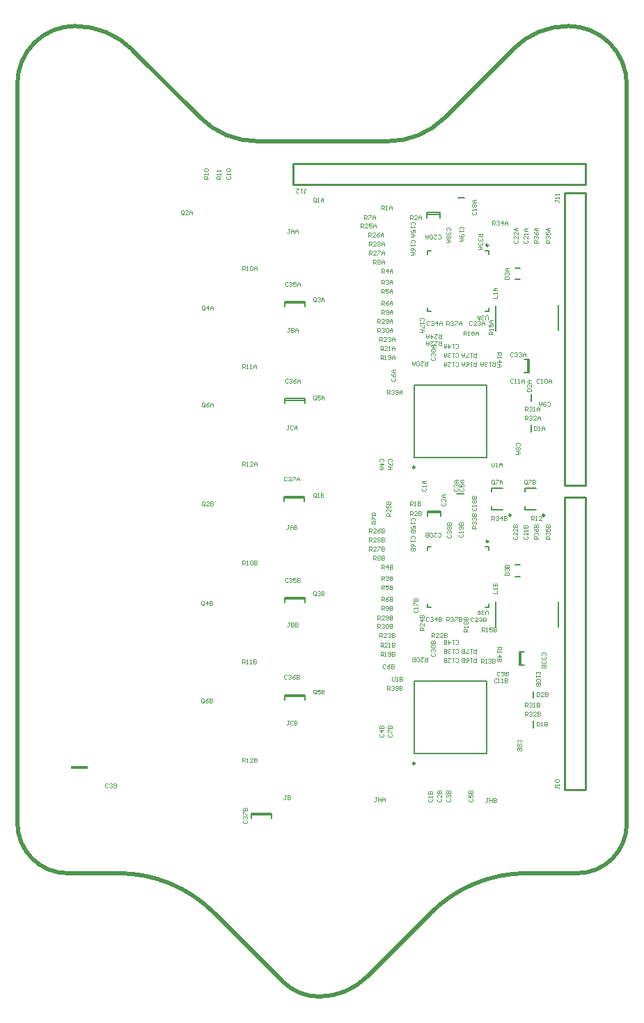
<source format=gbr>
G04 Layer_Color=65535*
%FSLAX26Y26*%
%MOIN*%
%TF.FileFunction,Legend,Top*%
%TF.Part,Single*%
G01*
G75*
%TA.AperFunction,NonConductor*%
%ADD71C,0.019685*%
%ADD72C,0.009842*%
%ADD73C,0.010000*%
%ADD74C,0.007874*%
%ADD75C,0.003937*%
%ADD76R,0.082677X0.015748*%
D71*
X6023622Y1968504D02*
G03*
X6259836Y2204717I1J236213D01*
G01*
X5780646Y1968503D02*
G03*
X5321715Y1778408I-9J-649007D01*
G01*
X4786842Y1377953D02*
G03*
X5016307Y1473000I1J324511D01*
G01*
X4613054Y1449938D02*
G03*
X4786842Y1377953I173789J173791D01*
G01*
X4284584Y1778408D02*
G03*
X3825653Y1968504I-458909J-458875D01*
G01*
X3342519Y2208662D02*
G03*
X3582677Y1968504I240154J-4D01*
G01*
X3618110Y6023622D02*
G03*
X3342519Y5748030I-7J-275584D01*
G01*
X3893666Y5909483D02*
G03*
X3618110Y6023621I-275541J-275522D01*
G01*
X4218479Y5584670D02*
G03*
X4489423Y5472441I270945J270946D01*
G01*
X5119181Y5472441D02*
G03*
X5386188Y5583039I1J377605D01*
G01*
X5980315Y6023622D02*
G03*
X5718199Y5915048I-8J-370666D01*
G01*
X6259842Y5744095D02*
G03*
X5980313Y6023620I-279524J0D01*
G01*
X5780647Y1968504D02*
X6023622Y1968504D01*
X5016307Y1473000D02*
X5321715Y1778408D01*
X4284584D02*
X4613054Y1449938D01*
X3582677Y1968504D02*
X3825653Y1968504D01*
X3342519Y2208662D02*
X3342519Y5748031D01*
X3893666Y5909483D02*
X4218479Y5584670D01*
X4489424Y5472441D02*
X5119181Y5472441D01*
X5386188Y5583039D02*
X5718199Y5915050D01*
X6259836Y2204718D02*
X6259842Y5744095D01*
D72*
X5866535Y3682087D02*
G03*
X5866535Y3682087I-4921J0D01*
G01*
X5705118D02*
G03*
X5705118Y3682087I-4921J0D01*
G01*
X5245472Y2494094D02*
G03*
X5245472Y2494094I-4921J0D01*
G01*
X5596850Y3557086D02*
G03*
X5596850Y3557086I-4921J0D01*
G01*
X5596850Y4974409D02*
G03*
X5596850Y4974409I-4921J0D01*
G01*
X5245472Y3911417D02*
G03*
X5245472Y3911417I-4921J0D01*
G01*
D73*
X5961811Y3823622D02*
Y5223622D01*
Y3823622D02*
X6061811D01*
X5961811Y5223622D02*
X6061811D01*
Y3823622D02*
Y5223622D01*
X5961811Y3766929D02*
X6061811D01*
Y2366929D02*
Y3766929D01*
X5961811Y2366929D02*
Y3766929D01*
Y2366929D02*
X6061811D01*
X6062598Y5264961D02*
Y5364961D01*
X4662598Y5264961D02*
X6062598D01*
X4662598Y5364961D02*
X6062598D01*
X4662598Y5264961D02*
Y5364961D01*
D74*
X4461024Y2248425D02*
X4559449D01*
X4461024Y2255905D02*
X4559449D01*
X4461024Y2232283D02*
Y2255905D01*
X4559449Y2232283D02*
Y2255905D01*
X4618504Y3764173D02*
X4716929D01*
X4618504Y3771653D02*
X4716929D01*
X4618504Y3748032D02*
Y3771653D01*
X4716929Y3748032D02*
Y3771653D01*
X4622441Y2815354D02*
X4720866D01*
X4622441Y2822835D02*
X4720866D01*
X4622441Y2799213D02*
Y2822835D01*
X4720866Y2799213D02*
Y2822835D01*
X4622441Y4232677D02*
X4720866D01*
X4622441Y4240157D02*
X4720866D01*
X4622441Y4216535D02*
Y4240157D01*
X4720866Y4216535D02*
Y4240157D01*
X4622441Y3279921D02*
X4720866D01*
X4622441Y3287401D02*
X4720866D01*
X4622441Y3263780D02*
Y3287401D01*
X4720866Y3263780D02*
Y3287401D01*
X4622441Y4697244D02*
X4720866D01*
X4622441Y4704724D02*
X4720866D01*
X4622441Y4681102D02*
Y4704724D01*
X4720866Y4681102D02*
Y4704724D01*
X5773032Y3794291D02*
Y3812008D01*
Y3707543D02*
Y3725394D01*
Y3707677D02*
X5826181D01*
X5773032Y3812008D02*
X5826181D01*
X5611614Y3794291D02*
Y3812008D01*
Y3707543D02*
Y3725394D01*
Y3707677D02*
X5664764D01*
X5611614Y3812008D02*
X5664764D01*
X5588976Y2541338D02*
Y2887795D01*
X5242520Y2541338D02*
Y2887795D01*
Y2541338D02*
X5588976D01*
X5242520Y2887795D02*
X5588976D01*
X5813386Y2807087D02*
Y2838583D01*
Y2665354D02*
Y2696850D01*
X5306496Y3514764D02*
Y3531496D01*
X5323228D01*
X5581102D02*
X5597835D01*
Y3514764D02*
Y3531496D01*
X5306496Y3240157D02*
X5323228D01*
X5306496D02*
Y3256890D01*
X5597835Y3240157D02*
Y3256890D01*
X5581102Y3240157D02*
X5597835D01*
X5447244Y3783465D02*
X5478740D01*
X5368189Y3679134D02*
Y3702756D01*
X5305197Y3679134D02*
Y3702756D01*
X5368189D01*
X5305197Y3695275D02*
X5368189D01*
X5364567Y5106299D02*
Y5129921D01*
X5301575Y5106299D02*
Y5129921D01*
X5364567D01*
X5301575Y5122441D02*
X5364567D01*
X5451181Y5200787D02*
X5482677D01*
X5306496Y4932087D02*
Y4948819D01*
X5323228D01*
X5581102D02*
X5597835D01*
Y4932087D02*
Y4948819D01*
X5306496Y4657480D02*
X5323228D01*
X5306496D02*
Y4674212D01*
X5597835Y4657480D02*
Y4674212D01*
X5581102Y4657480D02*
X5597835D01*
X5770079Y4366142D02*
X5793701D01*
X5770079Y4429134D02*
X5793701D01*
Y4366142D02*
Y4429134D01*
X5786221Y4366142D02*
Y4429134D01*
X5801575Y4082677D02*
Y4114173D01*
Y4228346D02*
Y4259842D01*
X5726772Y4866142D02*
X5750394D01*
X5726772Y4811024D02*
X5750394D01*
X5931496Y4566929D02*
Y4686929D01*
X5632283Y4565039D02*
Y4685039D01*
X5588976Y3958661D02*
Y4305118D01*
X5242520Y3958661D02*
Y4305118D01*
Y3958661D02*
X5588976D01*
X5242520Y4305118D02*
X5588976D01*
X5746457Y3027559D02*
X5770079D01*
X5746457Y2964567D02*
X5770079D01*
X5746457D02*
Y3027559D01*
X5753937Y2964567D02*
Y3027559D01*
X5931496Y3149606D02*
Y3269606D01*
X5632283Y3147716D02*
Y3267716D01*
X5726772Y3444882D02*
X5750394D01*
X5726772Y3389764D02*
X5750394D01*
D75*
X5803150Y3657480D02*
Y3677159D01*
X5812989D01*
X5816269Y3673879D01*
Y3667320D01*
X5812989Y3664040D01*
X5803150D01*
X5809709D02*
X5816269Y3657480D01*
X5822828D02*
X5829388D01*
X5826108D01*
Y3677159D01*
X5822828Y3673879D01*
X5852346Y3657480D02*
X5839227D01*
X5852346Y3670599D01*
Y3673879D01*
X5849066Y3677159D01*
X5842507D01*
X5839227Y3673879D01*
X3776899Y2394352D02*
X3773619Y2397631D01*
X3767059D01*
X3763780Y2394352D01*
Y2381233D01*
X3767059Y2377953D01*
X3773619D01*
X3776899Y2381233D01*
X3783458Y2394352D02*
X3786738Y2397631D01*
X3793297D01*
X3796577Y2394352D01*
Y2391072D01*
X3793297Y2387792D01*
X3790018D01*
X3793297D01*
X3796577Y2384512D01*
Y2381233D01*
X3793297Y2377953D01*
X3786738D01*
X3783458Y2381233D01*
X3803137D02*
X3806416Y2377953D01*
X3812976D01*
X3816256Y2381233D01*
Y2394352D01*
X3812976Y2397631D01*
X3806416D01*
X3803137Y2394352D01*
Y2391072D01*
X3806416Y2387792D01*
X3816256D01*
X4255905Y5291339D02*
X4236227D01*
Y5301178D01*
X4239507Y5304458D01*
X4246066D01*
X4249346Y5301178D01*
Y5291339D01*
Y5297898D02*
X4255905Y5304458D01*
Y5311017D02*
Y5317577D01*
Y5314297D01*
X4236227D01*
X4239507Y5311017D01*
Y5327416D02*
X4236227Y5330696D01*
Y5337255D01*
X4239507Y5340535D01*
X4252626D01*
X4255905Y5337255D01*
Y5330696D01*
X4252626Y5327416D01*
X4239507D01*
X4314961Y5291339D02*
X4295282D01*
Y5301178D01*
X4298562Y5304458D01*
X4305121D01*
X4308401Y5301178D01*
Y5291339D01*
Y5297898D02*
X4314961Y5304458D01*
Y5311017D02*
Y5317577D01*
Y5314297D01*
X4295282D01*
X4298562Y5311017D01*
X4314961Y5327416D02*
Y5333976D01*
Y5330696D01*
X4295282D01*
X4298562Y5327416D01*
X4345806Y5304458D02*
X4342526Y5301178D01*
Y5294618D01*
X4345806Y5291339D01*
X4358925D01*
X4362205Y5294618D01*
Y5301178D01*
X4358925Y5304458D01*
X4362205Y5311017D02*
Y5317577D01*
Y5314297D01*
X4342526D01*
X4345806Y5311017D01*
Y5327416D02*
X4342526Y5330696D01*
Y5337255D01*
X4345806Y5340535D01*
X4358925D01*
X4362205Y5337255D01*
Y5330696D01*
X4358925Y5327416D01*
X4345806D01*
X5917329Y2383198D02*
Y2376638D01*
Y2379918D01*
X5933728D01*
X5937008Y2376638D01*
Y2373358D01*
X5933728Y2370079D01*
X5937008Y2389757D02*
Y2396317D01*
Y2393037D01*
X5917329D01*
X5920609Y2389757D01*
Y2406156D02*
X5917329Y2409436D01*
Y2415995D01*
X5920609Y2419275D01*
X5933728D01*
X5937008Y2415995D01*
Y2409436D01*
X5933728Y2406156D01*
X5920609D01*
X5917329Y5190284D02*
Y5183725D01*
Y5187005D01*
X5933728D01*
X5937008Y5183725D01*
Y5180445D01*
X5933728Y5177165D01*
X5937008Y5196844D02*
Y5203404D01*
Y5200124D01*
X5917329D01*
X5920609Y5196844D01*
X5937008Y5213243D02*
Y5219802D01*
Y5216523D01*
X5917329D01*
X5920609Y5213243D01*
X5403286Y3587922D02*
X5400007Y3584642D01*
Y3578083D01*
X5403286Y3574803D01*
X5416405D01*
X5419685Y3578083D01*
Y3584642D01*
X5416405Y3587922D01*
X5403286Y3594482D02*
X5400007Y3597762D01*
Y3604321D01*
X5403286Y3607601D01*
X5406566D01*
X5409846Y3604321D01*
Y3601041D01*
Y3604321D01*
X5413126Y3607601D01*
X5416405D01*
X5419685Y3604321D01*
Y3597762D01*
X5416405Y3594482D01*
X5403286Y3614160D02*
X5400007Y3617440D01*
Y3624000D01*
X5403286Y3627279D01*
X5406566D01*
X5409846Y3624000D01*
X5413126Y3627279D01*
X5416405D01*
X5419685Y3624000D01*
Y3617440D01*
X5416405Y3614160D01*
X5413126D01*
X5409846Y3617440D01*
X5406566Y3614160D01*
X5403286D01*
X5409846Y3617440D02*
Y3624000D01*
X5400007Y3633839D02*
X5419685D01*
Y3643678D01*
X5416405Y3646958D01*
X5413126D01*
X5409846Y3643678D01*
Y3633839D01*
Y3643678D01*
X5406566Y3646958D01*
X5403286D01*
X5400007Y3643678D01*
Y3633839D01*
X5412462Y5045936D02*
X5415742Y5049216D01*
Y5055775D01*
X5412462Y5059055D01*
X5399343D01*
X5396063Y5055775D01*
Y5049216D01*
X5399343Y5045936D01*
X5412462Y5039377D02*
X5415742Y5036097D01*
Y5029537D01*
X5412462Y5026257D01*
X5409182D01*
X5405902Y5029537D01*
Y5032817D01*
Y5029537D01*
X5402623Y5026257D01*
X5399343D01*
X5396063Y5029537D01*
Y5036097D01*
X5399343Y5039377D01*
X5412462Y5019698D02*
X5415742Y5016418D01*
Y5009859D01*
X5412462Y5006579D01*
X5409182D01*
X5405902Y5009859D01*
X5402623Y5006579D01*
X5399343D01*
X5396063Y5009859D01*
Y5016418D01*
X5399343Y5019698D01*
X5402623D01*
X5405902Y5016418D01*
X5409182Y5019698D01*
X5412462D01*
X5405902Y5016418D02*
Y5009859D01*
X5396063Y5000019D02*
X5409182D01*
X5415742Y4993460D01*
X5409182Y4986900D01*
X5396063D01*
X5405902D01*
Y5000019D01*
X4711684Y5224416D02*
X4718243D01*
X4714964D01*
Y5240815D01*
X4718243Y5244095D01*
X4721523D01*
X4724803Y5240815D01*
X4705124Y5244095D02*
X4698565D01*
X4701845D01*
Y5224416D01*
X4705124Y5227696D01*
X4675606Y5244095D02*
X4688725D01*
X4675606Y5230975D01*
Y5227696D01*
X4678886Y5224416D01*
X4685446D01*
X4688725Y5227696D01*
X4426908Y2221780D02*
X4423628Y2218501D01*
Y2211941D01*
X4426908Y2208661D01*
X4440027D01*
X4443307Y2211941D01*
Y2218501D01*
X4440027Y2221780D01*
X4426908Y2228340D02*
X4423628Y2231620D01*
Y2238179D01*
X4426908Y2241459D01*
X4430188D01*
X4433468Y2238179D01*
Y2234899D01*
Y2238179D01*
X4436748Y2241459D01*
X4440027D01*
X4443307Y2238179D01*
Y2231620D01*
X4440027Y2228340D01*
X4423628Y2248019D02*
Y2261138D01*
X4426908D01*
X4440027Y2248019D01*
X4443307D01*
X4423628Y2267697D02*
X4443307D01*
Y2277537D01*
X4440027Y2280816D01*
X4436748D01*
X4433468Y2277537D01*
Y2267697D01*
Y2277537D01*
X4430188Y2280816D01*
X4426908D01*
X4423628Y2277537D01*
Y2267697D01*
X4633592Y3862856D02*
X4630312Y3866135D01*
X4623752D01*
X4620472Y3862856D01*
Y3849736D01*
X4623752Y3846457D01*
X4630312D01*
X4633592Y3849736D01*
X4640151Y3862856D02*
X4643431Y3866135D01*
X4649990D01*
X4653270Y3862856D01*
Y3859576D01*
X4649990Y3856296D01*
X4646711D01*
X4649990D01*
X4653270Y3853016D01*
Y3849736D01*
X4649990Y3846457D01*
X4643431D01*
X4640151Y3849736D01*
X4659830Y3866135D02*
X4672949D01*
Y3862856D01*
X4659830Y3849736D01*
Y3846457D01*
X4679508D02*
Y3859576D01*
X4686068Y3866135D01*
X4692627Y3859576D01*
Y3846457D01*
Y3856296D01*
X4679508D01*
X4633592Y2914037D02*
X4630312Y2917316D01*
X4623752D01*
X4620472Y2914037D01*
Y2900918D01*
X4623752Y2897638D01*
X4630312D01*
X4633592Y2900918D01*
X4640151Y2914037D02*
X4643431Y2917316D01*
X4649990D01*
X4653270Y2914037D01*
Y2910757D01*
X4649990Y2907477D01*
X4646711D01*
X4649990D01*
X4653270Y2904197D01*
Y2900918D01*
X4649990Y2897638D01*
X4643431D01*
X4640151Y2900918D01*
X4672949Y2917316D02*
X4666389Y2914037D01*
X4659830Y2907477D01*
Y2900918D01*
X4663109Y2897638D01*
X4669669D01*
X4672949Y2900918D01*
Y2904197D01*
X4669669Y2907477D01*
X4659830D01*
X4679508Y2917316D02*
Y2897638D01*
X4689348D01*
X4692627Y2900918D01*
Y2904197D01*
X4689348Y2907477D01*
X4679508D01*
X4689348D01*
X4692627Y2910757D01*
Y2914037D01*
X4689348Y2917316D01*
X4679508D01*
X4637529Y4331359D02*
X4634249Y4334639D01*
X4627689D01*
X4624409Y4331359D01*
Y4318240D01*
X4627689Y4314961D01*
X4634249D01*
X4637529Y4318240D01*
X4644088Y4331359D02*
X4647368Y4334639D01*
X4653927D01*
X4657207Y4331359D01*
Y4328080D01*
X4653927Y4324800D01*
X4650648D01*
X4653927D01*
X4657207Y4321520D01*
Y4318240D01*
X4653927Y4314961D01*
X4647368D01*
X4644088Y4318240D01*
X4676886Y4334639D02*
X4670326Y4331359D01*
X4663767Y4324800D01*
Y4318240D01*
X4667047Y4314961D01*
X4673606D01*
X4676886Y4318240D01*
Y4321520D01*
X4673606Y4324800D01*
X4663767D01*
X4683445Y4314961D02*
Y4328080D01*
X4690005Y4334639D01*
X4696564Y4328080D01*
Y4314961D01*
Y4324800D01*
X4683445D01*
X4637529Y3378604D02*
X4634249Y3381883D01*
X4627689D01*
X4624409Y3378604D01*
Y3365485D01*
X4627689Y3362205D01*
X4634249D01*
X4637529Y3365485D01*
X4644088Y3378604D02*
X4647368Y3381883D01*
X4653927D01*
X4657207Y3378604D01*
Y3375324D01*
X4653927Y3372044D01*
X4650648D01*
X4653927D01*
X4657207Y3368764D01*
Y3365485D01*
X4653927Y3362205D01*
X4647368D01*
X4644088Y3365485D01*
X4676886Y3381883D02*
X4663767D01*
Y3372044D01*
X4670326Y3375324D01*
X4673606D01*
X4676886Y3372044D01*
Y3365485D01*
X4673606Y3362205D01*
X4667047D01*
X4663767Y3365485D01*
X4683445Y3381883D02*
Y3362205D01*
X4693285D01*
X4696564Y3365485D01*
Y3368764D01*
X4693285Y3372044D01*
X4683445D01*
X4693285D01*
X4696564Y3375324D01*
Y3378604D01*
X4693285Y3381883D01*
X4683445D01*
X4637529Y4795926D02*
X4634249Y4799206D01*
X4627689D01*
X4624409Y4795926D01*
Y4782807D01*
X4627689Y4779528D01*
X4634249D01*
X4637529Y4782807D01*
X4644088Y4795926D02*
X4647368Y4799206D01*
X4653927D01*
X4657207Y4795926D01*
Y4792647D01*
X4653927Y4789367D01*
X4650648D01*
X4653927D01*
X4657207Y4786087D01*
Y4782807D01*
X4653927Y4779528D01*
X4647368D01*
X4644088Y4782807D01*
X4676886Y4799206D02*
X4663767D01*
Y4789367D01*
X4670326Y4792647D01*
X4673606D01*
X4676886Y4789367D01*
Y4782807D01*
X4673606Y4779528D01*
X4667047D01*
X4663767Y4782807D01*
X4683445Y4779528D02*
Y4792647D01*
X4690005Y4799206D01*
X4696564Y4792647D01*
Y4779528D01*
Y4789367D01*
X4683445D01*
X5783198Y3833988D02*
Y3847108D01*
X5779918Y3850387D01*
X5773359D01*
X5770079Y3847108D01*
Y3833988D01*
X5773359Y3830709D01*
X5779918D01*
X5776638Y3837268D02*
X5783198Y3830709D01*
X5779918D02*
X5783198Y3833988D01*
X5789757Y3850387D02*
X5802877D01*
Y3847108D01*
X5789757Y3833988D01*
Y3830709D01*
X5809436Y3850387D02*
Y3830709D01*
X5819275D01*
X5822555Y3833988D01*
Y3837268D01*
X5819275Y3840548D01*
X5809436D01*
X5819275D01*
X5822555Y3843828D01*
Y3847108D01*
X5819275Y3850387D01*
X5809436D01*
X5624733Y3833988D02*
Y3847108D01*
X5621453Y3850387D01*
X5614894D01*
X5611614Y3847108D01*
Y3833988D01*
X5614894Y3830709D01*
X5621453D01*
X5618174Y3837268D02*
X5624733Y3830709D01*
X5621453D02*
X5624733Y3833988D01*
X5631293Y3850387D02*
X5644412D01*
Y3847108D01*
X5631293Y3833988D01*
Y3830709D01*
X5650971D02*
Y3843828D01*
X5657531Y3850387D01*
X5664090Y3843828D01*
Y3830709D01*
Y3840548D01*
X5650971D01*
X5112000Y2844000D02*
Y2863679D01*
X5121839D01*
X5125119Y2860399D01*
Y2853839D01*
X5121839Y2850559D01*
X5112000D01*
X5118560D02*
X5125119Y2844000D01*
X5131679Y2860399D02*
X5134958Y2863679D01*
X5141518D01*
X5144798Y2860399D01*
Y2857119D01*
X5141518Y2853839D01*
X5138238D01*
X5141518D01*
X5144798Y2850559D01*
Y2847280D01*
X5141518Y2844000D01*
X5134958D01*
X5131679Y2847280D01*
X5151357D02*
X5154637Y2844000D01*
X5161197D01*
X5164476Y2847280D01*
Y2860399D01*
X5161197Y2863679D01*
X5154637D01*
X5151357Y2860399D01*
Y2857119D01*
X5154637Y2853839D01*
X5164476D01*
X5171036Y2863679D02*
Y2844000D01*
X5180875D01*
X5184155Y2847280D01*
Y2850559D01*
X5180875Y2853839D01*
X5171036D01*
X5180875D01*
X5184155Y2857119D01*
Y2860399D01*
X5180875Y2863679D01*
X5171036D01*
X5112000Y4261000D02*
Y4280679D01*
X5121839D01*
X5125119Y4277399D01*
Y4270839D01*
X5121839Y4267560D01*
X5112000D01*
X5118560D02*
X5125119Y4261000D01*
X5131679Y4277399D02*
X5134958Y4280679D01*
X5141518D01*
X5144798Y4277399D01*
Y4274119D01*
X5141518Y4270839D01*
X5138238D01*
X5141518D01*
X5144798Y4267560D01*
Y4264280D01*
X5141518Y4261000D01*
X5134958D01*
X5131679Y4264280D01*
X5151357D02*
X5154637Y4261000D01*
X5161197D01*
X5164476Y4264280D01*
Y4277399D01*
X5161197Y4280679D01*
X5154637D01*
X5151357Y4277399D01*
Y4274119D01*
X5154637Y4270839D01*
X5164476D01*
X5171036Y4261000D02*
Y4274119D01*
X5177595Y4280679D01*
X5184155Y4274119D01*
Y4261000D01*
Y4270839D01*
X5171036D01*
X5595796Y2326765D02*
X5589237D01*
X5592516D01*
Y2310367D01*
X5589237Y2307087D01*
X5585957D01*
X5582677Y2310367D01*
X5602356Y2326765D02*
Y2307087D01*
Y2316926D01*
X5615475D01*
Y2326765D01*
Y2307087D01*
X5622034Y2326765D02*
Y2307087D01*
X5631874D01*
X5635153Y2310367D01*
Y2313646D01*
X5631874Y2316926D01*
X5622034D01*
X5631874D01*
X5635153Y2320206D01*
Y2323486D01*
X5631874Y2326765D01*
X5622034D01*
X5062725Y2330702D02*
X5056166D01*
X5059446D01*
Y2314303D01*
X5056166Y2311024D01*
X5052886D01*
X5049606Y2314303D01*
X5069285Y2330702D02*
Y2311024D01*
Y2320863D01*
X5082404D01*
Y2330702D01*
Y2311024D01*
X5088963D02*
Y2324143D01*
X5095523Y2330702D01*
X5102083Y2324143D01*
Y2311024D01*
Y2320863D01*
X5088963D01*
X4629654Y2342513D02*
X4623095D01*
X4626375D01*
Y2326114D01*
X4623095Y2322835D01*
X4619815D01*
X4616535Y2326114D01*
X4636214Y2342513D02*
Y2322835D01*
X4646053D01*
X4649333Y2326114D01*
Y2329394D01*
X4646053Y2332674D01*
X4636214D01*
X4646053D01*
X4649333Y2335954D01*
Y2339233D01*
X4646053Y2342513D01*
X4636214D01*
X5136221Y2909442D02*
Y2893044D01*
X5139500Y2889764D01*
X5146060D01*
X5149340Y2893044D01*
Y2909442D01*
X5155899Y2889764D02*
X5162459D01*
X5159179D01*
Y2909442D01*
X5155899Y2906163D01*
X5172298Y2909442D02*
Y2889764D01*
X5182137D01*
X5185417Y2893044D01*
Y2896323D01*
X5182137Y2899603D01*
X5172298D01*
X5182137D01*
X5185417Y2902883D01*
Y2906163D01*
X5182137Y2909442D01*
X5172298D01*
X5085039Y3228346D02*
Y3248025D01*
X5094879D01*
X5098158Y3244745D01*
Y3238186D01*
X5094879Y3234906D01*
X5085039D01*
X5091599D02*
X5098158Y3228346D01*
X5104718Y3231626D02*
X5107998Y3228346D01*
X5114557D01*
X5117837Y3231626D01*
Y3244745D01*
X5114557Y3248025D01*
X5107998D01*
X5104718Y3244745D01*
Y3241465D01*
X5107998Y3238186D01*
X5117837D01*
X5124397Y3248025D02*
Y3228346D01*
X5134236D01*
X5137516Y3231626D01*
Y3234906D01*
X5134236Y3238186D01*
X5124397D01*
X5134236D01*
X5137516Y3241465D01*
Y3244745D01*
X5134236Y3248025D01*
X5124397D01*
X5085039Y3271653D02*
Y3291332D01*
X5094879D01*
X5098158Y3288052D01*
Y3281493D01*
X5094879Y3278213D01*
X5085039D01*
X5091599D02*
X5098158Y3271653D01*
X5117837Y3291332D02*
X5111278Y3288052D01*
X5104718Y3281493D01*
Y3274933D01*
X5107998Y3271653D01*
X5114557D01*
X5117837Y3274933D01*
Y3278213D01*
X5114557Y3281493D01*
X5104718D01*
X5124397Y3291332D02*
Y3271653D01*
X5134236D01*
X5137516Y3274933D01*
Y3278213D01*
X5134236Y3281493D01*
X5124397D01*
X5134236D01*
X5137516Y3284773D01*
Y3288052D01*
X5134236Y3291332D01*
X5124397D01*
X5085039Y3326772D02*
Y3346450D01*
X5094879D01*
X5098158Y3343171D01*
Y3336611D01*
X5094879Y3333331D01*
X5085039D01*
X5091599D02*
X5098158Y3326772D01*
X5117837Y3346450D02*
X5104718D01*
Y3336611D01*
X5111278Y3339891D01*
X5114557D01*
X5117837Y3336611D01*
Y3330051D01*
X5114557Y3326772D01*
X5107998D01*
X5104718Y3330051D01*
X5124397Y3346450D02*
Y3326772D01*
X5134236D01*
X5137516Y3330051D01*
Y3333331D01*
X5134236Y3336611D01*
X5124397D01*
X5134236D01*
X5137516Y3339891D01*
Y3343171D01*
X5134236Y3346450D01*
X5124397D01*
X5774016Y2720472D02*
Y2740151D01*
X5783855D01*
X5787135Y2736871D01*
Y2730312D01*
X5783855Y2727032D01*
X5774016D01*
X5780575D02*
X5787135Y2720472D01*
X5793694Y2736871D02*
X5796974Y2740151D01*
X5803534D01*
X5806814Y2736871D01*
Y2733591D01*
X5803534Y2730312D01*
X5800254D01*
X5803534D01*
X5806814Y2727032D01*
Y2723752D01*
X5803534Y2720472D01*
X5796974D01*
X5793694Y2723752D01*
X5826492Y2720472D02*
X5813373D01*
X5826492Y2733591D01*
Y2736871D01*
X5823212Y2740151D01*
X5816653D01*
X5813373Y2736871D01*
X5833052Y2740151D02*
Y2720472D01*
X5842891D01*
X5846171Y2723752D01*
Y2727032D01*
X5842891Y2730312D01*
X5833052D01*
X5842891D01*
X5846171Y2733591D01*
Y2736871D01*
X5842891Y2740151D01*
X5833052D01*
X5774016Y2763780D02*
Y2783458D01*
X5783855D01*
X5787135Y2780178D01*
Y2773619D01*
X5783855Y2770339D01*
X5774016D01*
X5780575D02*
X5787135Y2763780D01*
X5793694Y2780178D02*
X5796974Y2783458D01*
X5803534D01*
X5806814Y2780178D01*
Y2776899D01*
X5803534Y2773619D01*
X5800254D01*
X5803534D01*
X5806814Y2770339D01*
Y2767059D01*
X5803534Y2763780D01*
X5796974D01*
X5793694Y2767059D01*
X5813373Y2763780D02*
X5819932D01*
X5816653D01*
Y2783458D01*
X5813373Y2780178D01*
X5829772Y2783458D02*
Y2763780D01*
X5839611D01*
X5842891Y2767059D01*
Y2770339D01*
X5839611Y2773619D01*
X5829772D01*
X5839611D01*
X5842891Y2776899D01*
Y2780178D01*
X5839611Y2783458D01*
X5829772D01*
X5085039Y3425197D02*
Y3444875D01*
X5094879D01*
X5098158Y3441596D01*
Y3435036D01*
X5094879Y3431756D01*
X5085039D01*
X5091599D02*
X5098158Y3425197D01*
X5114557D02*
Y3444875D01*
X5104718Y3435036D01*
X5117837D01*
X5124397Y3444875D02*
Y3425197D01*
X5134236D01*
X5137516Y3428477D01*
Y3431756D01*
X5134236Y3435036D01*
X5124397D01*
X5134236D01*
X5137516Y3438316D01*
Y3441596D01*
X5134236Y3444875D01*
X5124397D01*
X5085039Y3370079D02*
Y3389757D01*
X5094879D01*
X5098158Y3386478D01*
Y3379918D01*
X5094879Y3376638D01*
X5085039D01*
X5091599D02*
X5098158Y3370079D01*
X5104718Y3386478D02*
X5107998Y3389757D01*
X5114557D01*
X5117837Y3386478D01*
Y3383198D01*
X5114557Y3379918D01*
X5111278D01*
X5114557D01*
X5117837Y3376638D01*
Y3373358D01*
X5114557Y3370079D01*
X5107998D01*
X5104718Y3373358D01*
X5124397Y3389757D02*
Y3370079D01*
X5134236D01*
X5137516Y3373358D01*
Y3376638D01*
X5134236Y3379918D01*
X5124397D01*
X5134236D01*
X5137516Y3383198D01*
Y3386478D01*
X5134236Y3389757D01*
X5124397D01*
X5287795Y3132519D02*
X5268117D01*
Y3142359D01*
X5271396Y3145638D01*
X5277956D01*
X5281236Y3142359D01*
Y3132519D01*
Y3139079D02*
X5287795Y3145638D01*
Y3165317D02*
Y3152198D01*
X5274676Y3165317D01*
X5271396D01*
X5268117Y3162037D01*
Y3155478D01*
X5271396Y3152198D01*
X5287795Y3181716D02*
X5268117D01*
X5277956Y3171876D01*
Y3184996D01*
X5268117Y3191555D02*
X5287795D01*
Y3201394D01*
X5284516Y3204674D01*
X5281236D01*
X5277956Y3201394D01*
Y3191555D01*
Y3201394D01*
X5274676Y3204674D01*
X5271396D01*
X5268117Y3201394D01*
Y3191555D01*
X5077165Y3098425D02*
Y3118104D01*
X5087005D01*
X5090284Y3114824D01*
Y3108264D01*
X5087005Y3104985D01*
X5077165D01*
X5083725D02*
X5090284Y3098425D01*
X5109963D02*
X5096844D01*
X5109963Y3111544D01*
Y3114824D01*
X5106683Y3118104D01*
X5100124D01*
X5096844Y3114824D01*
X5116523D02*
X5119802Y3118104D01*
X5126362D01*
X5129642Y3114824D01*
Y3111544D01*
X5126362Y3108264D01*
X5123082D01*
X5126362D01*
X5129642Y3104985D01*
Y3101705D01*
X5126362Y3098425D01*
X5119802D01*
X5116523Y3101705D01*
X5136201Y3118104D02*
Y3098425D01*
X5146041D01*
X5149320Y3101705D01*
Y3104985D01*
X5146041Y3108264D01*
X5136201D01*
X5146041D01*
X5149320Y3111544D01*
Y3114824D01*
X5146041Y3118104D01*
X5136201D01*
X5222835Y3681102D02*
Y3700781D01*
X5232674D01*
X5235954Y3697501D01*
Y3690942D01*
X5232674Y3687662D01*
X5222835D01*
X5229394D02*
X5235954Y3681102D01*
X5255632D02*
X5242513D01*
X5255632Y3694221D01*
Y3697501D01*
X5252353Y3700781D01*
X5245793D01*
X5242513Y3697501D01*
X5262192Y3700781D02*
Y3681102D01*
X5272031D01*
X5275311Y3684382D01*
Y3687662D01*
X5272031Y3690942D01*
X5262192D01*
X5272031D01*
X5275311Y3694221D01*
Y3697501D01*
X5272031Y3700781D01*
X5262192D01*
X5327166Y3098425D02*
Y3118104D01*
X5337005D01*
X5340285Y3114824D01*
Y3108264D01*
X5337005Y3104985D01*
X5327166D01*
X5333725D02*
X5340285Y3098425D01*
X5359963D02*
X5346844D01*
X5359963Y3111544D01*
Y3114824D01*
X5356683Y3118104D01*
X5350124D01*
X5346844Y3114824D01*
X5379642Y3098425D02*
X5366523D01*
X5379642Y3111544D01*
Y3114824D01*
X5376362Y3118104D01*
X5369802D01*
X5366523Y3114824D01*
X5386201Y3118104D02*
Y3098425D01*
X5396041D01*
X5399320Y3101705D01*
Y3104985D01*
X5396041Y3108264D01*
X5386201D01*
X5396041D01*
X5399320Y3111544D01*
Y3114824D01*
X5396041Y3118104D01*
X5386201D01*
X5081102Y3051181D02*
Y3070860D01*
X5090942D01*
X5094221Y3067580D01*
Y3061020D01*
X5090942Y3057741D01*
X5081102D01*
X5087662D02*
X5094221Y3051181D01*
X5113900D02*
X5100781D01*
X5113900Y3064300D01*
Y3067580D01*
X5110620Y3070860D01*
X5104061D01*
X5100781Y3067580D01*
X5120460Y3051181D02*
X5127019D01*
X5123739D01*
Y3070860D01*
X5120460Y3067580D01*
X5136859Y3070860D02*
Y3051181D01*
X5146698D01*
X5149978Y3054461D01*
Y3057741D01*
X5146698Y3061020D01*
X5136859D01*
X5146698D01*
X5149978Y3064300D01*
Y3067580D01*
X5146698Y3070860D01*
X5136859D01*
X5305512Y3000000D02*
Y2980321D01*
X5295673D01*
X5292393Y2983601D01*
Y2990160D01*
X5295673Y2993440D01*
X5305512D01*
X5298953D02*
X5292393Y3000000D01*
X5272714D02*
X5285833D01*
X5272714Y2986881D01*
Y2983601D01*
X5275994Y2980321D01*
X5282554D01*
X5285833Y2983601D01*
X5266155D02*
X5262875Y2980321D01*
X5256315D01*
X5253036Y2983601D01*
Y2996720D01*
X5256315Y3000000D01*
X5262875D01*
X5266155Y2996720D01*
Y2983601D01*
X5246476Y2980321D02*
Y3000000D01*
X5236637D01*
X5233357Y2996720D01*
Y2993440D01*
X5236637Y2990160D01*
X5246476D01*
X5236637D01*
X5233357Y2986881D01*
Y2983601D01*
X5236637Y2980321D01*
X5246476D01*
X5081102Y3007874D02*
Y3027553D01*
X5090942D01*
X5094221Y3024273D01*
Y3017713D01*
X5090942Y3014434D01*
X5081102D01*
X5087662D02*
X5094221Y3007874D01*
X5100781D02*
X5107341D01*
X5104061D01*
Y3027553D01*
X5100781Y3024273D01*
X5117180Y3011154D02*
X5120460Y3007874D01*
X5127019D01*
X5130299Y3011154D01*
Y3024273D01*
X5127019Y3027553D01*
X5120460D01*
X5117180Y3024273D01*
Y3020993D01*
X5120460Y3017713D01*
X5130299D01*
X5136859Y3027553D02*
Y3007874D01*
X5146698D01*
X5149978Y3011154D01*
Y3014434D01*
X5146698Y3017713D01*
X5136859D01*
X5146698D01*
X5149978Y3020993D01*
Y3024273D01*
X5146698Y3027553D01*
X5136859D01*
X5565354Y3125984D02*
Y3145663D01*
X5575194D01*
X5578473Y3142383D01*
Y3135823D01*
X5575194Y3132544D01*
X5565354D01*
X5571914D02*
X5578473Y3125984D01*
X5585033D02*
X5591592D01*
X5588313D01*
Y3145663D01*
X5585033Y3142383D01*
X5614551Y3145663D02*
X5601432D01*
Y3135823D01*
X5607991Y3139103D01*
X5611271D01*
X5614551Y3135823D01*
Y3129264D01*
X5611271Y3125984D01*
X5604712D01*
X5601432Y3129264D01*
X5621110Y3145663D02*
Y3125984D01*
X5630950D01*
X5634230Y3129264D01*
Y3132544D01*
X5630950Y3135823D01*
X5621110D01*
X5630950D01*
X5634230Y3139103D01*
Y3142383D01*
X5630950Y3145663D01*
X5621110D01*
X5640158Y3051181D02*
X5659836D01*
Y3041342D01*
X5656556Y3038062D01*
X5649997D01*
X5646717Y3041342D01*
Y3051181D01*
Y3044622D02*
X5640158Y3038062D01*
Y3031503D02*
Y3024943D01*
Y3028223D01*
X5659836D01*
X5656556Y3031503D01*
X5640158Y3005264D02*
X5659836D01*
X5649997Y3015104D01*
Y3001985D01*
X5659836Y2995425D02*
X5640158D01*
Y2985586D01*
X5643437Y2982306D01*
X5646717D01*
X5649997Y2985586D01*
Y2995425D01*
Y2985586D01*
X5653277Y2982306D01*
X5656556D01*
X5659836Y2985586D01*
Y2995425D01*
X5561417Y2976378D02*
Y2996057D01*
X5571257D01*
X5574536Y2992777D01*
Y2986217D01*
X5571257Y2982937D01*
X5561417D01*
X5567977D02*
X5574536Y2976378D01*
X5581096D02*
X5587655D01*
X5584376D01*
Y2996057D01*
X5581096Y2992777D01*
X5597495D02*
X5600775Y2996057D01*
X5607334D01*
X5610614Y2992777D01*
Y2989497D01*
X5607334Y2986217D01*
X5604054D01*
X5607334D01*
X5610614Y2982937D01*
Y2979658D01*
X5607334Y2976378D01*
X5600775D01*
X5597495Y2979658D01*
X5617173Y2996057D02*
Y2976378D01*
X5627013D01*
X5630292Y2979658D01*
Y2982937D01*
X5627013Y2986217D01*
X5617173D01*
X5627013D01*
X5630292Y2989497D01*
Y2992777D01*
X5627013Y2996057D01*
X5617173D01*
X5539449Y2998031D02*
Y2978353D01*
X5529610D01*
X5526330Y2981632D01*
Y2988192D01*
X5529610Y2991472D01*
X5539449D01*
X5532889D02*
X5526330Y2998031D01*
X5519770D02*
X5513211D01*
X5516490D01*
Y2978353D01*
X5519770Y2981632D01*
X5490252Y2978353D02*
X5496812Y2981632D01*
X5503371Y2988192D01*
Y2994751D01*
X5500092Y2998031D01*
X5493532D01*
X5490252Y2994751D01*
Y2991472D01*
X5493532Y2988192D01*
X5503371D01*
X5483693Y2978353D02*
Y2998031D01*
X5473854D01*
X5470574Y2994751D01*
Y2991472D01*
X5473854Y2988192D01*
X5483693D01*
X5473854D01*
X5470574Y2984912D01*
Y2981632D01*
X5473854Y2978353D01*
X5483693D01*
X5539449Y3041338D02*
Y3021660D01*
X5529610D01*
X5526330Y3024939D01*
Y3031499D01*
X5529610Y3034779D01*
X5539449D01*
X5532889D02*
X5526330Y3041338D01*
X5519770D02*
X5513211D01*
X5516490D01*
Y3021660D01*
X5519770Y3024939D01*
X5503371Y3021660D02*
X5490252D01*
Y3024939D01*
X5503371Y3038059D01*
Y3041338D01*
X5483693Y3021660D02*
Y3041338D01*
X5473854D01*
X5470574Y3038059D01*
Y3034779D01*
X5473854Y3031499D01*
X5483693D01*
X5473854D01*
X5470574Y3028219D01*
Y3024939D01*
X5473854Y3021660D01*
X5483693D01*
X5498425Y3125984D02*
X5478747D01*
Y3135823D01*
X5482026Y3139103D01*
X5488586D01*
X5491866Y3135823D01*
Y3125984D01*
Y3132544D02*
X5498425Y3139103D01*
Y3145663D02*
Y3152222D01*
Y3148943D01*
X5478747D01*
X5482026Y3145663D01*
Y3162062D02*
X5478747Y3165341D01*
Y3171901D01*
X5482026Y3175181D01*
X5485306D01*
X5488586Y3171901D01*
X5491866Y3175181D01*
X5495145D01*
X5498425Y3171901D01*
Y3165341D01*
X5495145Y3162062D01*
X5491866D01*
X5488586Y3165341D01*
X5485306Y3162062D01*
X5482026D01*
X5488586Y3165341D02*
Y3171901D01*
X5478747Y3181740D02*
X5498425D01*
Y3191580D01*
X5495145Y3194859D01*
X5491866D01*
X5488586Y3191580D01*
Y3181740D01*
Y3191580D01*
X5485306Y3194859D01*
X5482026D01*
X5478747Y3191580D01*
Y3181740D01*
X5829134Y2834639D02*
Y2814961D01*
X5838973D01*
X5842253Y2818240D01*
Y2831360D01*
X5838973Y2834639D01*
X5829134D01*
X5861932Y2814961D02*
X5848812D01*
X5861932Y2828080D01*
Y2831360D01*
X5858652Y2834639D01*
X5852092D01*
X5848812Y2831360D01*
X5868491Y2834639D02*
Y2814961D01*
X5878330D01*
X5881610Y2818240D01*
Y2821520D01*
X5878330Y2824800D01*
X5868491D01*
X5878330D01*
X5881610Y2828080D01*
Y2831360D01*
X5878330Y2834639D01*
X5868491D01*
X5829134Y2692907D02*
Y2673228D01*
X5838973D01*
X5842253Y2676508D01*
Y2689627D01*
X5838973Y2692907D01*
X5829134D01*
X5848812Y2673228D02*
X5855372D01*
X5852092D01*
Y2692907D01*
X5848812Y2689627D01*
X5865211Y2692907D02*
Y2673228D01*
X5875051D01*
X5878331Y2676508D01*
Y2679788D01*
X5875051Y2683068D01*
X5865211D01*
X5875051D01*
X5878331Y2686347D01*
Y2689627D01*
X5875051Y2692907D01*
X5865211D01*
X5356042Y2324143D02*
X5352762Y2320863D01*
Y2314303D01*
X5356042Y2311024D01*
X5369161D01*
X5372441Y2314303D01*
Y2320863D01*
X5369161Y2324143D01*
X5372441Y2343821D02*
Y2330702D01*
X5359322Y2343821D01*
X5356042D01*
X5352762Y2340541D01*
Y2333982D01*
X5356042Y2330702D01*
X5352762Y2350381D02*
X5372441D01*
Y2360220D01*
X5369161Y2363500D01*
X5365882D01*
X5362602Y2360220D01*
Y2350381D01*
Y2360220D01*
X5359322Y2363500D01*
X5356042D01*
X5352762Y2360220D01*
Y2350381D01*
X5841596Y2919952D02*
X5844876Y2923231D01*
Y2929791D01*
X5841596Y2933071D01*
X5828477D01*
X5825197Y2929791D01*
Y2923231D01*
X5828477Y2919952D01*
X5825197Y2913392D02*
Y2906833D01*
Y2910112D01*
X5844876D01*
X5841596Y2913392D01*
Y2896993D02*
X5844876Y2893713D01*
Y2887154D01*
X5841596Y2883874D01*
X5828477D01*
X5825197Y2887154D01*
Y2893713D01*
X5828477Y2896993D01*
X5841596D01*
X5844876Y2877315D02*
X5825197D01*
Y2867475D01*
X5828477Y2864196D01*
X5831756D01*
X5835036Y2867475D01*
Y2877315D01*
Y2867475D01*
X5838316Y2864196D01*
X5841596D01*
X5844876Y2867475D01*
Y2877315D01*
X5399349Y2324143D02*
X5396069Y2320863D01*
Y2314303D01*
X5399349Y2311024D01*
X5412468D01*
X5415748Y2314303D01*
Y2320863D01*
X5412468Y2324143D01*
X5399349Y2330702D02*
X5396069Y2333982D01*
Y2340541D01*
X5399349Y2343821D01*
X5402629D01*
X5405909Y2340541D01*
Y2337262D01*
Y2340541D01*
X5409189Y2343821D01*
X5412468D01*
X5415748Y2340541D01*
Y2333982D01*
X5412468Y2330702D01*
X5396069Y2350381D02*
X5415748D01*
Y2360220D01*
X5412468Y2363500D01*
X5409189D01*
X5405909Y2360220D01*
Y2350381D01*
Y2360220D01*
X5402629Y2363500D01*
X5399349D01*
X5396069Y2360220D01*
Y2350381D01*
X5653277Y2929785D02*
X5649997Y2933064D01*
X5643437D01*
X5640158Y2929785D01*
Y2916666D01*
X5643437Y2913386D01*
X5649997D01*
X5653277Y2916666D01*
X5659836D02*
X5663116Y2913386D01*
X5669675D01*
X5672955Y2916666D01*
Y2929785D01*
X5669675Y2933064D01*
X5663116D01*
X5659836Y2929785D01*
Y2926505D01*
X5663116Y2923225D01*
X5672955D01*
X5679515Y2933064D02*
Y2913386D01*
X5689354D01*
X5692634Y2916666D01*
Y2919945D01*
X5689354Y2923225D01*
X5679515D01*
X5689354D01*
X5692634Y2926505D01*
Y2929785D01*
X5689354Y2933064D01*
X5679515D01*
X5312725Y3190966D02*
X5309445Y3194246D01*
X5302886D01*
X5299606Y3190966D01*
Y3177847D01*
X5302886Y3174567D01*
X5309445D01*
X5312725Y3177847D01*
X5319285Y3190966D02*
X5322565Y3194246D01*
X5329124D01*
X5332404Y3190966D01*
Y3187686D01*
X5329124Y3184407D01*
X5325844D01*
X5329124D01*
X5332404Y3181127D01*
Y3177847D01*
X5329124Y3174567D01*
X5322565D01*
X5319285Y3177847D01*
X5348803Y3174567D02*
Y3194246D01*
X5338963Y3184407D01*
X5352083D01*
X5358642Y3194246D02*
Y3174567D01*
X5368481D01*
X5371761Y3177847D01*
Y3181127D01*
X5368481Y3184407D01*
X5358642D01*
X5368481D01*
X5371761Y3187686D01*
Y3190966D01*
X5368481Y3194246D01*
X5358642D01*
X5521396Y3717843D02*
X5518117Y3714564D01*
Y3708004D01*
X5521396Y3704724D01*
X5534516D01*
X5537795Y3708004D01*
Y3714564D01*
X5534516Y3717843D01*
X5537795Y3724403D02*
Y3730963D01*
Y3727683D01*
X5518117D01*
X5521396Y3724403D01*
Y3740802D02*
X5518117Y3744082D01*
Y3750641D01*
X5521396Y3753921D01*
X5524676D01*
X5527956Y3750641D01*
X5531236Y3753921D01*
X5534516D01*
X5537795Y3750641D01*
Y3744082D01*
X5534516Y3740802D01*
X5531236D01*
X5527956Y3744082D01*
X5524676Y3740802D01*
X5521396D01*
X5527956Y3744082D02*
Y3750641D01*
X5518117Y3760481D02*
X5537795D01*
Y3770320D01*
X5534516Y3773600D01*
X5531236D01*
X5527956Y3770320D01*
Y3760481D01*
Y3770320D01*
X5524676Y3773600D01*
X5521396D01*
X5518117Y3770320D01*
Y3760481D01*
X5326515Y3021623D02*
X5323235Y3018343D01*
Y3011783D01*
X5326515Y3008503D01*
X5339634D01*
X5342913Y3011783D01*
Y3018343D01*
X5339634Y3021623D01*
X5326515Y3028182D02*
X5323235Y3031462D01*
Y3038021D01*
X5326515Y3041301D01*
X5329794D01*
X5333074Y3038021D01*
Y3034742D01*
Y3038021D01*
X5336354Y3041301D01*
X5339634D01*
X5342913Y3038021D01*
Y3031462D01*
X5339634Y3028182D01*
X5326515Y3047861D02*
X5323235Y3051140D01*
Y3057700D01*
X5326515Y3060980D01*
X5339634D01*
X5342913Y3057700D01*
Y3051140D01*
X5339634Y3047861D01*
X5326515D01*
X5323235Y3067539D02*
X5342913D01*
Y3077379D01*
X5339634Y3080658D01*
X5336354D01*
X5333074Y3077379D01*
Y3067539D01*
Y3077379D01*
X5329794Y3080658D01*
X5326515D01*
X5323235Y3077379D01*
Y3067539D01*
X5637529Y2898289D02*
X5634249Y2901568D01*
X5627689D01*
X5624409Y2898289D01*
Y2885169D01*
X5627689Y2881890D01*
X5634249D01*
X5637529Y2885169D01*
X5644088Y2881890D02*
X5650648D01*
X5647368D01*
Y2901568D01*
X5644088Y2898289D01*
X5660487Y2881890D02*
X5667047D01*
X5663767D01*
Y2901568D01*
X5660487Y2898289D01*
X5676886Y2901568D02*
Y2881890D01*
X5686725D01*
X5690005Y2885169D01*
Y2888449D01*
X5686725Y2891729D01*
X5676886D01*
X5686725D01*
X5690005Y2895009D01*
Y2898289D01*
X5686725Y2901568D01*
X5676886D01*
X5312735Y2324143D02*
X5309455Y2320863D01*
Y2314303D01*
X5312735Y2311024D01*
X5325854D01*
X5329134Y2314303D01*
Y2320863D01*
X5325854Y2324143D01*
X5329134Y2330702D02*
Y2337262D01*
Y2333982D01*
X5309455D01*
X5312735Y2330702D01*
X5309455Y2347101D02*
X5329134D01*
Y2356940D01*
X5325854Y2360220D01*
X5322574D01*
X5319295Y2356940D01*
Y2347101D01*
Y2356940D01*
X5316015Y2360220D01*
X5312735D01*
X5309455Y2356940D01*
Y2347101D01*
X5751045Y2593180D02*
X5754324Y2596460D01*
Y2603019D01*
X5751045Y2606299D01*
X5737926D01*
X5734646Y2603019D01*
Y2596460D01*
X5737926Y2593180D01*
X5751045Y2586621D02*
X5754324Y2583341D01*
Y2576781D01*
X5751045Y2573501D01*
X5747765D01*
X5744485Y2576781D01*
X5741205Y2573501D01*
X5737926D01*
X5734646Y2576781D01*
Y2583341D01*
X5737926Y2586621D01*
X5741205D01*
X5744485Y2583341D01*
X5747765Y2586621D01*
X5751045D01*
X5744485Y2583341D02*
Y2576781D01*
X5754324Y2566942D02*
X5734646D01*
Y2557103D01*
X5737926Y2553823D01*
X5741205D01*
X5744485Y2557103D01*
Y2566942D01*
Y2557103D01*
X5747765Y2553823D01*
X5751045D01*
X5754324Y2557103D01*
Y2566942D01*
X5119822Y2635166D02*
X5116542Y2631887D01*
Y2625327D01*
X5119822Y2622047D01*
X5132941D01*
X5136221Y2625327D01*
Y2631887D01*
X5132941Y2635166D01*
X5116542Y2641726D02*
Y2654845D01*
X5119822D01*
X5132941Y2641726D01*
X5136221D01*
X5116542Y2661404D02*
X5136221D01*
Y2671244D01*
X5132941Y2674523D01*
X5129661D01*
X5126381Y2671244D01*
Y2661404D01*
Y2671244D01*
X5123101Y2674523D01*
X5119822D01*
X5116542Y2671244D01*
Y2661404D01*
X5106033Y2965218D02*
X5102753Y2968497D01*
X5096193D01*
X5092913Y2965218D01*
Y2952099D01*
X5096193Y2948819D01*
X5102753D01*
X5106033Y2952099D01*
X5125711Y2968497D02*
X5119151Y2965218D01*
X5112592Y2958658D01*
Y2952099D01*
X5115872Y2948819D01*
X5122431D01*
X5125711Y2952099D01*
Y2955378D01*
X5122431Y2958658D01*
X5112592D01*
X5132271Y2968497D02*
Y2948819D01*
X5142110D01*
X5145390Y2952099D01*
Y2955378D01*
X5142110Y2958658D01*
X5132271D01*
X5142110D01*
X5145390Y2961938D01*
Y2965218D01*
X5142110Y2968497D01*
X5132271D01*
X5505648Y2324143D02*
X5502369Y2320863D01*
Y2314303D01*
X5505648Y2311024D01*
X5518767D01*
X5522047Y2314303D01*
Y2320863D01*
X5518767Y2324143D01*
X5502369Y2343821D02*
Y2330702D01*
X5512208D01*
X5508928Y2337262D01*
Y2340541D01*
X5512208Y2343821D01*
X5518767D01*
X5522047Y2340541D01*
Y2333982D01*
X5518767Y2330702D01*
X5502369Y2350381D02*
X5522047D01*
Y2360220D01*
X5518767Y2363500D01*
X5515488D01*
X5512208Y2360220D01*
Y2350381D01*
Y2360220D01*
X5508928Y2363500D01*
X5505648D01*
X5502369Y2360220D01*
Y2350381D01*
X5080452Y2635166D02*
X5077172Y2631887D01*
Y2625327D01*
X5080452Y2622047D01*
X5093571D01*
X5096850Y2625327D01*
Y2631887D01*
X5093571Y2635166D01*
X5096850Y2651565D02*
X5077172D01*
X5087011Y2641726D01*
Y2654845D01*
X5077172Y2661404D02*
X5096850D01*
Y2671244D01*
X5093571Y2674523D01*
X5090291D01*
X5087011Y2671244D01*
Y2661404D01*
Y2671244D01*
X5083731Y2674523D01*
X5080452D01*
X5077172Y2671244D01*
Y2661404D01*
X5440031Y3068247D02*
X5443310Y3064967D01*
X5449870D01*
X5453150Y3068247D01*
Y3081366D01*
X5449870Y3084645D01*
X5443310D01*
X5440031Y3081366D01*
X5433471Y3084645D02*
X5426912D01*
X5430191D01*
Y3064967D01*
X5433471Y3068247D01*
X5407233Y3084645D02*
Y3064967D01*
X5417072Y3074806D01*
X5403953D01*
X5397394Y3064967D02*
Y3084645D01*
X5387554D01*
X5384275Y3081366D01*
Y3078086D01*
X5387554Y3074806D01*
X5397394D01*
X5387554D01*
X5384275Y3071526D01*
Y3068247D01*
X5387554Y3064967D01*
X5397394D01*
X5440031Y3024939D02*
X5443310Y3021660D01*
X5449870D01*
X5453150Y3024939D01*
Y3038059D01*
X5449870Y3041338D01*
X5443310D01*
X5440031Y3038059D01*
X5433471Y3041338D02*
X5426912D01*
X5430191D01*
Y3021660D01*
X5433471Y3024939D01*
X5417072D02*
X5413792Y3021660D01*
X5407233D01*
X5403953Y3024939D01*
Y3028219D01*
X5407233Y3031499D01*
X5410513D01*
X5407233D01*
X5403953Y3034779D01*
Y3038059D01*
X5407233Y3041338D01*
X5413792D01*
X5417072Y3038059D01*
X5397394Y3021660D02*
Y3041338D01*
X5387554D01*
X5384275Y3038059D01*
Y3034779D01*
X5387554Y3031499D01*
X5397394D01*
X5387554D01*
X5384275Y3028219D01*
Y3024939D01*
X5387554Y3021660D01*
X5397394D01*
X5440031Y2981632D02*
X5443310Y2978353D01*
X5449870D01*
X5453150Y2981632D01*
Y2994751D01*
X5449870Y2998031D01*
X5443310D01*
X5440031Y2994751D01*
X5433471Y2998031D02*
X5426912D01*
X5430191D01*
Y2978353D01*
X5433471Y2981632D01*
X5403953Y2998031D02*
X5417072D01*
X5403953Y2984912D01*
Y2981632D01*
X5407233Y2978353D01*
X5413792D01*
X5417072Y2981632D01*
X5397394Y2978353D02*
Y2998031D01*
X5387554D01*
X5384275Y2994751D01*
Y2991472D01*
X5387554Y2988192D01*
X5397394D01*
X5387554D01*
X5384275Y2984912D01*
Y2981632D01*
X5387554Y2978353D01*
X5397394D01*
X5395748Y3175197D02*
Y3194876D01*
X5405587D01*
X5408867Y3191596D01*
Y3185036D01*
X5405587Y3181757D01*
X5395748D01*
X5402307D02*
X5408867Y3175197D01*
X5415426Y3191596D02*
X5418706Y3194876D01*
X5425266D01*
X5428546Y3191596D01*
Y3188316D01*
X5425266Y3185036D01*
X5421986D01*
X5425266D01*
X5428546Y3181757D01*
Y3178477D01*
X5425266Y3175197D01*
X5418706D01*
X5415426Y3178477D01*
X5435105Y3194876D02*
X5448224D01*
Y3191596D01*
X5435105Y3178477D01*
Y3175197D01*
X5454784Y3194876D02*
Y3175197D01*
X5464623D01*
X5467903Y3178477D01*
Y3181757D01*
X5464623Y3185036D01*
X5454784D01*
X5464623D01*
X5467903Y3188316D01*
Y3191596D01*
X5464623Y3194876D01*
X5454784D01*
X5128346Y3677165D02*
X5108668D01*
Y3687005D01*
X5111948Y3690284D01*
X5118507D01*
X5121787Y3687005D01*
Y3677165D01*
Y3683725D02*
X5128346Y3690284D01*
Y3709963D02*
Y3696844D01*
X5115227Y3709963D01*
X5111948D01*
X5108668Y3706683D01*
Y3700124D01*
X5111948Y3696844D01*
X5108668Y3729642D02*
Y3716523D01*
X5118507D01*
X5115227Y3723082D01*
Y3726362D01*
X5118507Y3729642D01*
X5125067D01*
X5128346Y3726362D01*
Y3719802D01*
X5125067Y3716523D01*
X5108668Y3736201D02*
X5128346D01*
Y3746040D01*
X5125067Y3749320D01*
X5121787D01*
X5118507Y3746040D01*
Y3736201D01*
Y3746040D01*
X5115227Y3749320D01*
X5111948D01*
X5108668Y3746040D01*
Y3736201D01*
X5222835Y3728346D02*
Y3748025D01*
X5232674D01*
X5235954Y3744745D01*
Y3738186D01*
X5232674Y3734906D01*
X5222835D01*
X5229394D02*
X5235954Y3728346D01*
X5242513D02*
X5249073D01*
X5245793D01*
Y3748025D01*
X5242513Y3744745D01*
X5258912Y3748025D02*
Y3728346D01*
X5268752D01*
X5272031Y3731626D01*
Y3734906D01*
X5268752Y3738186D01*
X5258912D01*
X5268752D01*
X5272031Y3741465D01*
Y3744745D01*
X5268752Y3748025D01*
X5258912D01*
X5596851Y3206699D02*
Y3223098D01*
X5593571Y3226378D01*
X5587011D01*
X5583731Y3223098D01*
Y3206699D01*
X5577172Y3209979D02*
X5573892Y3206699D01*
X5567333D01*
X5564053Y3209979D01*
Y3213258D01*
X5567333Y3216538D01*
X5570613D01*
X5567333D01*
X5564053Y3219818D01*
Y3223098D01*
X5567333Y3226378D01*
X5573892D01*
X5577172Y3223098D01*
X5557493Y3206699D02*
Y3226378D01*
X5547654D01*
X5544374Y3223098D01*
Y3219818D01*
X5547654Y3216538D01*
X5557493D01*
X5547654D01*
X5544374Y3213258D01*
Y3209979D01*
X5547654Y3206699D01*
X5557493D01*
X5241869Y3229655D02*
X5238589Y3226375D01*
Y3219815D01*
X5241869Y3216535D01*
X5254988D01*
X5258268Y3219815D01*
Y3226375D01*
X5254988Y3229655D01*
X5258268Y3236214D02*
Y3242773D01*
Y3239494D01*
X5238589D01*
X5241869Y3236214D01*
X5238589Y3252613D02*
Y3265732D01*
X5241869D01*
X5254988Y3252613D01*
X5258268D01*
X5238589Y3272291D02*
X5258268D01*
Y3282131D01*
X5254988Y3285411D01*
X5251708D01*
X5248428Y3282131D01*
Y3272291D01*
Y3282131D01*
X5245149Y3285411D01*
X5241869D01*
X5238589Y3282131D01*
Y3272291D01*
X5242856Y3567589D02*
X5246135Y3570869D01*
Y3577429D01*
X5242856Y3580709D01*
X5229737D01*
X5226457Y3577429D01*
Y3570869D01*
X5229737Y3567589D01*
X5226457Y3561030D02*
Y3554470D01*
Y3557750D01*
X5246135D01*
X5242856Y3561030D01*
X5246135Y3531512D02*
X5242856Y3538072D01*
X5236296Y3544631D01*
X5229737D01*
X5226457Y3541351D01*
Y3534792D01*
X5229737Y3531512D01*
X5233016D01*
X5236296Y3534792D01*
Y3544631D01*
X5246135Y3524952D02*
X5226457D01*
Y3515113D01*
X5229737Y3511833D01*
X5233016D01*
X5236296Y3515113D01*
Y3524952D01*
Y3515113D01*
X5239576Y3511833D01*
X5242856D01*
X5246135Y3515113D01*
Y3524952D01*
X5242856Y3654204D02*
X5246135Y3657483D01*
Y3664043D01*
X5242856Y3667323D01*
X5229737D01*
X5226457Y3664043D01*
Y3657483D01*
X5229737Y3654204D01*
X5226457Y3647644D02*
Y3641085D01*
Y3644364D01*
X5246135D01*
X5242856Y3647644D01*
X5246135Y3618126D02*
Y3631245D01*
X5236296D01*
X5239576Y3624686D01*
Y3621406D01*
X5236296Y3618126D01*
X5229737D01*
X5226457Y3621406D01*
Y3627965D01*
X5229737Y3631245D01*
X5246135Y3611567D02*
X5226457D01*
Y3601727D01*
X5229737Y3598448D01*
X5233016D01*
X5236296Y3601727D01*
Y3611567D01*
Y3601727D01*
X5239576Y3598448D01*
X5242856D01*
X5246135Y3601727D01*
Y3611567D01*
X5065354Y3141732D02*
Y3161411D01*
X5075194D01*
X5078473Y3158131D01*
Y3151572D01*
X5075194Y3148292D01*
X5065354D01*
X5071914D02*
X5078473Y3141732D01*
X5085033Y3158131D02*
X5088313Y3161411D01*
X5094872D01*
X5098152Y3158131D01*
Y3154851D01*
X5094872Y3151572D01*
X5091592D01*
X5094872D01*
X5098152Y3148292D01*
Y3145012D01*
X5094872Y3141732D01*
X5088313D01*
X5085033Y3145012D01*
X5104712Y3158131D02*
X5107991Y3161411D01*
X5114551D01*
X5117831Y3158131D01*
Y3145012D01*
X5114551Y3141732D01*
X5107991D01*
X5104712Y3145012D01*
Y3158131D01*
X5124390Y3161411D02*
Y3141732D01*
X5134229D01*
X5137509Y3145012D01*
Y3148292D01*
X5134229Y3151572D01*
X5124390D01*
X5134229D01*
X5137509Y3154851D01*
Y3158131D01*
X5134229Y3161411D01*
X5124390D01*
X5065354Y3181102D02*
Y3200781D01*
X5075194D01*
X5078473Y3197501D01*
Y3190942D01*
X5075194Y3187662D01*
X5065354D01*
X5071914D02*
X5078473Y3181102D01*
X5098152D02*
X5085033D01*
X5098152Y3194221D01*
Y3197501D01*
X5094872Y3200781D01*
X5088313D01*
X5085033Y3197501D01*
X5104712Y3184382D02*
X5107991Y3181102D01*
X5114551D01*
X5117831Y3184382D01*
Y3197501D01*
X5114551Y3200781D01*
X5107991D01*
X5104712Y3197501D01*
Y3194221D01*
X5107991Y3190942D01*
X5117831D01*
X5124390Y3200781D02*
Y3181102D01*
X5134229D01*
X5137509Y3184382D01*
Y3187662D01*
X5134229Y3190942D01*
X5124390D01*
X5134229D01*
X5137509Y3194221D01*
Y3197501D01*
X5134229Y3200781D01*
X5124390D01*
X5025984Y3555118D02*
Y3574797D01*
X5035824D01*
X5039103Y3571517D01*
Y3564957D01*
X5035824Y3561678D01*
X5025984D01*
X5032544D02*
X5039103Y3555118D01*
X5058782D02*
X5045663D01*
X5058782Y3568237D01*
Y3571517D01*
X5055502Y3574797D01*
X5048943D01*
X5045663Y3571517D01*
X5065342D02*
X5068621Y3574797D01*
X5075181D01*
X5078461Y3571517D01*
Y3568237D01*
X5075181Y3564957D01*
X5078461Y3561678D01*
Y3558398D01*
X5075181Y3555118D01*
X5068621D01*
X5065342Y3558398D01*
Y3561678D01*
X5068621Y3564957D01*
X5065342Y3568237D01*
Y3571517D01*
X5068621Y3564957D02*
X5075181D01*
X5085020Y3574797D02*
Y3555118D01*
X5094859D01*
X5098139Y3558398D01*
Y3561678D01*
X5094859Y3564957D01*
X5085020D01*
X5094859D01*
X5098139Y3568237D01*
Y3571517D01*
X5094859Y3574797D01*
X5085020D01*
X5025984Y3511811D02*
Y3531490D01*
X5035824D01*
X5039103Y3528210D01*
Y3521650D01*
X5035824Y3518370D01*
X5025984D01*
X5032544D02*
X5039103Y3511811D01*
X5058782D02*
X5045663D01*
X5058782Y3524930D01*
Y3528210D01*
X5055502Y3531490D01*
X5048943D01*
X5045663Y3528210D01*
X5065342Y3531490D02*
X5078461D01*
Y3528210D01*
X5065342Y3515091D01*
Y3511811D01*
X5085020Y3531490D02*
Y3511811D01*
X5094859D01*
X5098139Y3515091D01*
Y3518370D01*
X5094859Y3521650D01*
X5085020D01*
X5094859D01*
X5098139Y3524930D01*
Y3528210D01*
X5094859Y3531490D01*
X5085020D01*
X5025984Y3598425D02*
Y3618104D01*
X5035824D01*
X5039103Y3614824D01*
Y3608264D01*
X5035824Y3604985D01*
X5025984D01*
X5032544D02*
X5039103Y3598425D01*
X5058782D02*
X5045663D01*
X5058782Y3611544D01*
Y3614824D01*
X5055502Y3618104D01*
X5048943D01*
X5045663Y3614824D01*
X5078461Y3618104D02*
X5071901Y3614824D01*
X5065342Y3608264D01*
Y3601705D01*
X5068621Y3598425D01*
X5075181D01*
X5078461Y3601705D01*
Y3604985D01*
X5075181Y3608264D01*
X5065342D01*
X5085020Y3618104D02*
Y3598425D01*
X5094859D01*
X5098139Y3601705D01*
Y3604985D01*
X5094859Y3608264D01*
X5085020D01*
X5094859D01*
X5098139Y3611544D01*
Y3614824D01*
X5094859Y3618104D01*
X5085020D01*
X4419685Y3444882D02*
Y3464561D01*
X4429524D01*
X4432804Y3461281D01*
Y3454721D01*
X4429524Y3451441D01*
X4419685D01*
X4426244D02*
X4432804Y3444882D01*
X4439364D02*
X4445923D01*
X4442643D01*
Y3464561D01*
X4439364Y3461281D01*
X4455762D02*
X4459042Y3464561D01*
X4465602D01*
X4468882Y3461281D01*
Y3448162D01*
X4465602Y3444882D01*
X4459042D01*
X4455762Y3448162D01*
Y3461281D01*
X4475441Y3464561D02*
Y3444882D01*
X4485280D01*
X4488560Y3448162D01*
Y3451441D01*
X4485280Y3454721D01*
X4475441D01*
X4485280D01*
X4488560Y3458001D01*
Y3461281D01*
X4485280Y3464561D01*
X4475441D01*
X4419685Y2972441D02*
Y2992119D01*
X4429524D01*
X4432804Y2988840D01*
Y2982280D01*
X4429524Y2979000D01*
X4419685D01*
X4426244D02*
X4432804Y2972441D01*
X4439364D02*
X4445923D01*
X4442643D01*
Y2992119D01*
X4439364Y2988840D01*
X4455762Y2972441D02*
X4462322D01*
X4459042D01*
Y2992119D01*
X4455762Y2988840D01*
X4472161Y2992119D02*
Y2972441D01*
X4482001D01*
X4485280Y2975721D01*
Y2979000D01*
X4482001Y2982280D01*
X4472161D01*
X4482001D01*
X4485280Y2985560D01*
Y2988840D01*
X4482001Y2992119D01*
X4472161D01*
X4419685Y2500000D02*
Y2519679D01*
X4429524D01*
X4432804Y2516399D01*
Y2509839D01*
X4429524Y2506559D01*
X4419685D01*
X4426245D02*
X4432804Y2500000D01*
X4439364D02*
X4445923D01*
X4442644D01*
Y2519679D01*
X4439364Y2516399D01*
X4468882Y2500000D02*
X4455763D01*
X4468882Y2513119D01*
Y2516399D01*
X4465602Y2519679D01*
X4459042D01*
X4455763Y2516399D01*
X4475441Y2519679D02*
Y2500000D01*
X4485280D01*
X4488560Y2503280D01*
Y2506559D01*
X4485280Y2509839D01*
X4475441D01*
X4485280D01*
X4488560Y2513119D01*
Y2516399D01*
X4485280Y2519679D01*
X4475441D01*
X5057480Y3641732D02*
X5037802D01*
Y3651572D01*
X5041081Y3654851D01*
X5047641D01*
X5050921Y3651572D01*
Y3641732D01*
Y3648292D02*
X5057480Y3654851D01*
X5037802Y3661411D02*
Y3674530D01*
X5041081D01*
X5054200Y3661411D01*
X5057480D01*
X5037802Y3681089D02*
X5057480D01*
Y3690929D01*
X5054200Y3694209D01*
X5050921D01*
X5047641Y3690929D01*
Y3681089D01*
Y3690929D01*
X5044361Y3694209D01*
X5041081D01*
X5037802Y3690929D01*
Y3681089D01*
X5045669Y3468504D02*
Y3488182D01*
X5055509D01*
X5058788Y3484903D01*
Y3478343D01*
X5055509Y3475063D01*
X5045669D01*
X5052229D02*
X5058788Y3468504D01*
X5065348Y3484903D02*
X5068628Y3488182D01*
X5075187D01*
X5078467Y3484903D01*
Y3481623D01*
X5075187Y3478343D01*
X5078467Y3475063D01*
Y3471784D01*
X5075187Y3468504D01*
X5068628D01*
X5065348Y3471784D01*
Y3475063D01*
X5068628Y3478343D01*
X5065348Y3481623D01*
Y3484903D01*
X5068628Y3478343D02*
X5075187D01*
X5085026Y3488182D02*
Y3468504D01*
X5094866D01*
X5098146Y3471784D01*
Y3475063D01*
X5094866Y3478343D01*
X5085026D01*
X5094866D01*
X5098146Y3481623D01*
Y3484903D01*
X5094866Y3488182D01*
X5085026D01*
X4641466Y3633852D02*
X4634906D01*
X4638186D01*
Y3617453D01*
X4634906Y3614173D01*
X4631626D01*
X4628346Y3617453D01*
X4648025Y3614173D02*
Y3627292D01*
X4654584Y3633852D01*
X4661144Y3627292D01*
Y3614173D01*
Y3624013D01*
X4648025D01*
X4667704Y3633852D02*
Y3614173D01*
X4677543D01*
X4680823Y3617453D01*
Y3620733D01*
X4677543Y3624013D01*
X4667704D01*
X4677543D01*
X4680823Y3627292D01*
Y3630572D01*
X4677543Y3633852D01*
X4667704D01*
X4645403Y3169285D02*
X4638843D01*
X4642123D01*
Y3152886D01*
X4638843Y3149606D01*
X4635563D01*
X4632283Y3152886D01*
X4651962Y3169285D02*
Y3149606D01*
X4661801D01*
X4665081Y3152886D01*
Y3156166D01*
X4661801Y3159446D01*
X4651962D01*
X4661801D01*
X4665081Y3162725D01*
Y3166005D01*
X4661801Y3169285D01*
X4651962D01*
X4671641D02*
Y3149606D01*
X4681480D01*
X4684760Y3152886D01*
Y3156166D01*
X4681480Y3159446D01*
X4671641D01*
X4681480D01*
X4684760Y3162725D01*
Y3166005D01*
X4681480Y3169285D01*
X4671641D01*
X4641466Y2696844D02*
X4634906D01*
X4638186D01*
Y2680445D01*
X4634906Y2677166D01*
X4631626D01*
X4628346Y2680445D01*
X4661144Y2693564D02*
X4657864Y2696844D01*
X4651305D01*
X4648025Y2693564D01*
Y2680445D01*
X4651305Y2677166D01*
X4657864D01*
X4661144Y2680445D01*
X4667704Y2696844D02*
Y2677166D01*
X4677543D01*
X4680823Y2680445D01*
Y2683725D01*
X4677543Y2687005D01*
X4667704D01*
X4677543D01*
X4680823Y2690285D01*
Y2693564D01*
X4677543Y2696844D01*
X4667704D01*
X5458404Y3591859D02*
X5455125Y3588579D01*
Y3582020D01*
X5458404Y3578740D01*
X5471523D01*
X5474803Y3582020D01*
Y3588579D01*
X5471523Y3591859D01*
X5474803Y3598419D02*
Y3604978D01*
Y3601698D01*
X5455125D01*
X5458404Y3598419D01*
X5471523Y3614818D02*
X5474803Y3618097D01*
Y3624657D01*
X5471523Y3627937D01*
X5458404D01*
X5455125Y3624657D01*
Y3618097D01*
X5458404Y3614818D01*
X5461684D01*
X5464964Y3618097D01*
Y3627937D01*
X5455125Y3634496D02*
X5474803D01*
Y3644336D01*
X5471523Y3647615D01*
X5468244D01*
X5464964Y3644336D01*
Y3634496D01*
Y3644336D01*
X5461684Y3647615D01*
X5458404D01*
X5455125Y3644336D01*
Y3634496D01*
X5355385Y3582026D02*
X5358665Y3578747D01*
X5365224D01*
X5368504Y3582026D01*
Y3595145D01*
X5365224Y3598425D01*
X5358665D01*
X5355385Y3595145D01*
X5335706Y3598425D02*
X5348825D01*
X5335706Y3585306D01*
Y3582026D01*
X5338986Y3578747D01*
X5345546D01*
X5348825Y3582026D01*
X5329147D02*
X5325867Y3578747D01*
X5319307D01*
X5316028Y3582026D01*
Y3595145D01*
X5319307Y3598425D01*
X5325867D01*
X5329147Y3595145D01*
Y3582026D01*
X5309468Y3578747D02*
Y3598425D01*
X5299629D01*
X5296349Y3595145D01*
Y3591866D01*
X5299629Y3588586D01*
X5309468D01*
X5299629D01*
X5296349Y3585306D01*
Y3582026D01*
X5299629Y3578747D01*
X5309468D01*
X4235954Y2786744D02*
Y2799863D01*
X4232674Y2803143D01*
X4226114D01*
X4222835Y2799863D01*
Y2786744D01*
X4226114Y2783465D01*
X4232674D01*
X4229394Y2790024D02*
X4235954Y2783465D01*
X4232674D02*
X4235954Y2786744D01*
X4255632Y2803143D02*
X4249073Y2799863D01*
X4242513Y2793304D01*
Y2786744D01*
X4245793Y2783465D01*
X4252353D01*
X4255632Y2786744D01*
Y2790024D01*
X4252353Y2793304D01*
X4242513D01*
X4262192Y2803143D02*
Y2783465D01*
X4272031D01*
X4275311Y2786744D01*
Y2790024D01*
X4272031Y2793304D01*
X4262192D01*
X4272031D01*
X4275311Y2796584D01*
Y2799863D01*
X4272031Y2803143D01*
X4262192D01*
X4771387Y3770996D02*
Y3784115D01*
X4768107Y3787395D01*
X4761547D01*
X4758268Y3784115D01*
Y3770996D01*
X4761547Y3767717D01*
X4768107D01*
X4764827Y3774276D02*
X4771387Y3767717D01*
X4768107D02*
X4771387Y3770996D01*
X4777946Y3767717D02*
X4784506D01*
X4781226D01*
Y3787395D01*
X4777946Y3784115D01*
X4794345Y3787395D02*
Y3767717D01*
X4804184D01*
X4807464Y3770996D01*
Y3774276D01*
X4804184Y3777556D01*
X4794345D01*
X4804184D01*
X4807464Y3780836D01*
Y3784115D01*
X4804184Y3787395D01*
X4794345D01*
X4239891Y3731626D02*
Y3744745D01*
X4236611Y3748025D01*
X4230051D01*
X4226772Y3744745D01*
Y3731626D01*
X4230051Y3728347D01*
X4236611D01*
X4233331Y3734906D02*
X4239891Y3728347D01*
X4236611D02*
X4239891Y3731626D01*
X4259569Y3728347D02*
X4246450D01*
X4259569Y3741466D01*
Y3744745D01*
X4256290Y3748025D01*
X4249730D01*
X4246450Y3744745D01*
X4266129Y3748025D02*
Y3728347D01*
X4275968D01*
X4279248Y3731626D01*
Y3734906D01*
X4275968Y3738186D01*
X4266129D01*
X4275968D01*
X4279248Y3741466D01*
Y3744745D01*
X4275968Y3748025D01*
X4266129D01*
X4771387Y3302492D02*
Y3315612D01*
X4768107Y3318891D01*
X4761547D01*
X4758268Y3315612D01*
Y3302492D01*
X4761547Y3299213D01*
X4768107D01*
X4764827Y3305772D02*
X4771387Y3299213D01*
X4768107D02*
X4771387Y3302492D01*
X4777946Y3315612D02*
X4781226Y3318891D01*
X4787785D01*
X4791065Y3315612D01*
Y3312332D01*
X4787785Y3309052D01*
X4784506D01*
X4787785D01*
X4791065Y3305772D01*
Y3302492D01*
X4787785Y3299213D01*
X4781226D01*
X4777946Y3302492D01*
X4797625Y3318891D02*
Y3299213D01*
X4807464D01*
X4810744Y3302492D01*
Y3305772D01*
X4807464Y3309052D01*
X4797625D01*
X4807464D01*
X4810744Y3312332D01*
Y3315612D01*
X4807464Y3318891D01*
X4797625D01*
X4235954Y3255249D02*
Y3268368D01*
X4232674Y3271647D01*
X4226114D01*
X4222835Y3268368D01*
Y3255249D01*
X4226114Y3251969D01*
X4232674D01*
X4229394Y3258528D02*
X4235954Y3251969D01*
X4232674D02*
X4235954Y3255249D01*
X4252353Y3251969D02*
Y3271647D01*
X4242513Y3261808D01*
X4255632D01*
X4262192Y3271647D02*
Y3251969D01*
X4272031D01*
X4275311Y3255249D01*
Y3258528D01*
X4272031Y3261808D01*
X4262192D01*
X4272031D01*
X4275311Y3265088D01*
Y3268368D01*
X4272031Y3271647D01*
X4262192D01*
X4771387Y2830052D02*
Y2843171D01*
X4768107Y2846450D01*
X4761547D01*
X4758268Y2843171D01*
Y2830052D01*
X4761547Y2826772D01*
X4768107D01*
X4764827Y2833331D02*
X4771387Y2826772D01*
X4768107D02*
X4771387Y2830052D01*
X4791065Y2846450D02*
X4777946D01*
Y2836611D01*
X4784506Y2839891D01*
X4787785D01*
X4791065Y2836611D01*
Y2830052D01*
X4787785Y2826772D01*
X4781226D01*
X4777946Y2830052D01*
X4797625Y2846450D02*
Y2826772D01*
X4807464D01*
X4810744Y2830052D01*
Y2833331D01*
X4807464Y2836611D01*
X4797625D01*
X4807464D01*
X4810744Y2839891D01*
Y2843171D01*
X4807464Y2846450D01*
X4797625D01*
X4771387Y4239500D02*
Y4252619D01*
X4768107Y4255899D01*
X4761547D01*
X4758268Y4252619D01*
Y4239500D01*
X4761547Y4236220D01*
X4768107D01*
X4764827Y4242780D02*
X4771387Y4236220D01*
X4768107D02*
X4771387Y4239500D01*
X4791065Y4255899D02*
X4777946D01*
Y4246060D01*
X4784506Y4249340D01*
X4787786D01*
X4791065Y4246060D01*
Y4239500D01*
X4787786Y4236220D01*
X4781226D01*
X4777946Y4239500D01*
X4797625Y4236220D02*
Y4249340D01*
X4804184Y4255899D01*
X4810744Y4249340D01*
Y4236220D01*
Y4246060D01*
X4797625D01*
X4239891Y4668634D02*
Y4681753D01*
X4236611Y4685033D01*
X4230052D01*
X4226772Y4681753D01*
Y4668634D01*
X4230052Y4665354D01*
X4236611D01*
X4233331Y4671914D02*
X4239891Y4665354D01*
X4236611D02*
X4239891Y4668634D01*
X4256290Y4665354D02*
Y4685033D01*
X4246450Y4675194D01*
X4259569D01*
X4266129Y4665354D02*
Y4678473D01*
X4272689Y4685033D01*
X4279248Y4678473D01*
Y4665354D01*
Y4675194D01*
X4266129D01*
X4771387Y4708004D02*
Y4721123D01*
X4768107Y4724403D01*
X4761547D01*
X4758268Y4721123D01*
Y4708004D01*
X4761547Y4704724D01*
X4768107D01*
X4764827Y4711284D02*
X4771387Y4704724D01*
X4768107D02*
X4771387Y4708004D01*
X4777946Y4721123D02*
X4781226Y4724403D01*
X4787786D01*
X4791065Y4721123D01*
Y4717843D01*
X4787786Y4714564D01*
X4784506D01*
X4787786D01*
X4791065Y4711284D01*
Y4708004D01*
X4787786Y4704724D01*
X4781226D01*
X4777946Y4708004D01*
X4797625Y4704724D02*
Y4717843D01*
X4804184Y4724403D01*
X4810744Y4717843D01*
Y4704724D01*
Y4714564D01*
X4797625D01*
X4139103Y5125327D02*
Y5138446D01*
X4135824Y5141726D01*
X4129264D01*
X4125984Y5138446D01*
Y5125327D01*
X4129264Y5122047D01*
X4135824D01*
X4132544Y5128607D02*
X4139103Y5122047D01*
X4135824D02*
X4139103Y5125327D01*
X4158782Y5122047D02*
X4145663D01*
X4158782Y5135166D01*
Y5138446D01*
X4155502Y5141726D01*
X4148943D01*
X4145663Y5138446D01*
X4165342Y5122047D02*
Y5135166D01*
X4171901Y5141726D01*
X4178461Y5135166D01*
Y5122047D01*
Y5131886D01*
X4165342D01*
X4771387Y5184382D02*
Y5197501D01*
X4768107Y5200781D01*
X4761547D01*
X4758268Y5197501D01*
Y5184382D01*
X4761547Y5181102D01*
X4768107D01*
X4764827Y5187662D02*
X4771387Y5181102D01*
X4768107D02*
X4771387Y5184382D01*
X4777946Y5181102D02*
X4784506D01*
X4781226D01*
Y5200781D01*
X4777946Y5197501D01*
X4794345Y5181102D02*
Y5194221D01*
X4800905Y5200781D01*
X4807464Y5194221D01*
Y5181102D01*
Y5190941D01*
X4794345D01*
X4239891Y4204067D02*
Y4217186D01*
X4236611Y4220466D01*
X4230052D01*
X4226772Y4217186D01*
Y4204067D01*
X4230052Y4200787D01*
X4236611D01*
X4233331Y4207347D02*
X4239891Y4200787D01*
X4236611D02*
X4239891Y4204067D01*
X4259569Y4220466D02*
X4253010Y4217186D01*
X4246450Y4210627D01*
Y4204067D01*
X4249730Y4200787D01*
X4256290D01*
X4259569Y4204067D01*
Y4207347D01*
X4256290Y4210627D01*
X4246450D01*
X4266129Y4200787D02*
Y4213906D01*
X4272689Y4220466D01*
X4279248Y4213906D01*
Y4200787D01*
Y4210627D01*
X4266129D01*
X5722184Y4997371D02*
X5718904Y4994091D01*
Y4987532D01*
X5722184Y4984252D01*
X5735303D01*
X5738583Y4987532D01*
Y4994091D01*
X5735303Y4997371D01*
X5738583Y5017050D02*
Y5003931D01*
X5725464Y5017050D01*
X5722184D01*
X5718904Y5013770D01*
Y5007210D01*
X5722184Y5003931D01*
X5738583Y5036728D02*
Y5023609D01*
X5725464Y5036728D01*
X5722184D01*
X5718904Y5033448D01*
Y5026889D01*
X5722184Y5023609D01*
X5738583Y5043288D02*
X5725464D01*
X5718904Y5049847D01*
X5725464Y5056407D01*
X5738583D01*
X5728743D01*
Y5043288D01*
X5769428Y4997371D02*
X5766148Y4994091D01*
Y4987532D01*
X5769428Y4984252D01*
X5782547D01*
X5785827Y4987532D01*
Y4994091D01*
X5782547Y4997371D01*
X5785827Y5017050D02*
Y5003931D01*
X5772708Y5017050D01*
X5769428D01*
X5766148Y5013770D01*
Y5007210D01*
X5769428Y5003931D01*
X5785827Y5023609D02*
Y5030169D01*
Y5026889D01*
X5766148D01*
X5769428Y5023609D01*
X5785827Y5040008D02*
X5772708D01*
X5766148Y5046568D01*
X5772708Y5053127D01*
X5785827D01*
X5775988D01*
Y5040008D01*
X5616535Y5070866D02*
Y5090545D01*
X5626375D01*
X5629654Y5087265D01*
Y5080705D01*
X5626375Y5077426D01*
X5616535D01*
X5623095D02*
X5629654Y5070866D01*
X5636214Y5087265D02*
X5639494Y5090545D01*
X5646053D01*
X5649333Y5087265D01*
Y5083985D01*
X5646053Y5080705D01*
X5642774D01*
X5646053D01*
X5649333Y5077426D01*
Y5074146D01*
X5646053Y5070866D01*
X5639494D01*
X5636214Y5074146D01*
X5665732Y5070866D02*
Y5090545D01*
X5655893Y5080705D01*
X5669012D01*
X5675571Y5070866D02*
Y5083985D01*
X5682131Y5090545D01*
X5688690Y5083985D01*
Y5070866D01*
Y5080705D01*
X5675571D01*
X5356054Y5007538D02*
X5359334Y5004258D01*
X5365893D01*
X5369173Y5007538D01*
Y5020657D01*
X5365893Y5023937D01*
X5359334D01*
X5356054Y5020657D01*
X5336375Y5023937D02*
X5349494D01*
X5336375Y5010818D01*
Y5007538D01*
X5339655Y5004258D01*
X5346215D01*
X5349494Y5007538D01*
X5329816D02*
X5326536Y5004258D01*
X5319976D01*
X5316697Y5007538D01*
Y5020657D01*
X5319976Y5023937D01*
X5326536D01*
X5329816Y5020657D01*
Y5007538D01*
X5310137Y5023937D02*
Y5010818D01*
X5303578Y5004258D01*
X5297018Y5010818D01*
Y5023937D01*
Y5014098D01*
X5310137D01*
X5475454Y5049873D02*
X5478734Y5053153D01*
Y5059712D01*
X5475454Y5062992D01*
X5462335D01*
X5459055Y5059712D01*
Y5053153D01*
X5462335Y5049873D01*
X5459055Y5043314D02*
Y5036754D01*
Y5040034D01*
X5478734D01*
X5475454Y5043314D01*
X5462335Y5026915D02*
X5459055Y5023635D01*
Y5017075D01*
X5462335Y5013796D01*
X5475454D01*
X5478734Y5017075D01*
Y5023635D01*
X5475454Y5026915D01*
X5472174D01*
X5468894Y5023635D01*
Y5013796D01*
X5459055Y5007236D02*
X5472174D01*
X5478734Y5000676D01*
X5472174Y4994117D01*
X5459055D01*
X5468894D01*
Y5007236D01*
X4641466Y4110230D02*
X4634906D01*
X4638186D01*
Y4093831D01*
X4634906Y4090551D01*
X4631626D01*
X4628346Y4093831D01*
X4661144Y4106950D02*
X4657864Y4110230D01*
X4651305D01*
X4648025Y4106950D01*
Y4093831D01*
X4651305Y4090551D01*
X4657864D01*
X4661144Y4093831D01*
X4667704Y4090551D02*
Y4103670D01*
X4674263Y4110230D01*
X4680823Y4103670D01*
Y4090551D01*
Y4100390D01*
X4667704D01*
X4645403Y4578734D02*
X4638843D01*
X4642123D01*
Y4562335D01*
X4638843Y4559055D01*
X4635563D01*
X4632283Y4562335D01*
X4651962Y4578734D02*
Y4559055D01*
X4661801D01*
X4665081Y4562335D01*
Y4565615D01*
X4661801Y4568894D01*
X4651962D01*
X4661801D01*
X4665081Y4572174D01*
Y4575454D01*
X4661801Y4578734D01*
X4651962D01*
X4671641Y4559055D02*
Y4572174D01*
X4678200Y4578734D01*
X4684760Y4572174D01*
Y4559055D01*
Y4568894D01*
X4671641D01*
X4645403Y5051175D02*
X4638843D01*
X4642123D01*
Y5034776D01*
X4638843Y5031496D01*
X4635563D01*
X4632283Y5034776D01*
X4651962Y5031496D02*
Y5044615D01*
X4658522Y5051175D01*
X4665081Y5044615D01*
Y5031496D01*
Y5041335D01*
X4651962D01*
X4671641Y5031496D02*
Y5044615D01*
X4678200Y5051175D01*
X4684760Y5044615D01*
Y5031496D01*
Y5041335D01*
X4671641D01*
X5045669Y4885827D02*
Y4905505D01*
X5055509D01*
X5058788Y4902226D01*
Y4895666D01*
X5055509Y4892386D01*
X5045669D01*
X5052229D02*
X5058788Y4885827D01*
X5065348Y4902226D02*
X5068628Y4905505D01*
X5075187D01*
X5078467Y4902226D01*
Y4898946D01*
X5075187Y4895666D01*
X5078467Y4892386D01*
Y4889106D01*
X5075187Y4885827D01*
X5068628D01*
X5065348Y4889106D01*
Y4892386D01*
X5068628Y4895666D01*
X5065348Y4898946D01*
Y4902226D01*
X5068628Y4895666D02*
X5075187D01*
X5085026Y4885827D02*
Y4898946D01*
X5091586Y4905505D01*
X5098146Y4898946D01*
Y4885827D01*
Y4895666D01*
X5085026D01*
X5002362Y5098425D02*
Y5118104D01*
X5012202D01*
X5015481Y5114824D01*
Y5108264D01*
X5012202Y5104985D01*
X5002362D01*
X5008922D02*
X5015481Y5098425D01*
X5022041Y5118104D02*
X5035160D01*
Y5114824D01*
X5022041Y5101705D01*
Y5098425D01*
X5041719D02*
Y5111544D01*
X5048279Y5118104D01*
X5054838Y5111544D01*
Y5098425D01*
Y5108264D01*
X5041719D01*
X4419685Y3917323D02*
Y3937001D01*
X4429524D01*
X4432804Y3933722D01*
Y3927162D01*
X4429524Y3923882D01*
X4419685D01*
X4426245D02*
X4432804Y3917323D01*
X4439364D02*
X4445923D01*
X4442644D01*
Y3937001D01*
X4439364Y3933722D01*
X4468882Y3917323D02*
X4455763D01*
X4468882Y3930442D01*
Y3933722D01*
X4465602Y3937001D01*
X4459042D01*
X4455763Y3933722D01*
X4475441Y3917323D02*
Y3930442D01*
X4482001Y3937001D01*
X4488560Y3930442D01*
Y3917323D01*
Y3927162D01*
X4475441D01*
X4419685Y4385827D02*
Y4405505D01*
X4429524D01*
X4432804Y4402226D01*
Y4395666D01*
X4429524Y4392386D01*
X4419685D01*
X4426245D02*
X4432804Y4385827D01*
X4439364D02*
X4445923D01*
X4442644D01*
Y4405505D01*
X4439364Y4402226D01*
X4455763Y4385827D02*
X4462322D01*
X4459042D01*
Y4405505D01*
X4455763Y4402226D01*
X4472162Y4385827D02*
Y4398946D01*
X4478721Y4405505D01*
X4485281Y4398946D01*
Y4385827D01*
Y4395666D01*
X4472162D01*
X4419685Y4854331D02*
Y4874009D01*
X4429524D01*
X4432804Y4870730D01*
Y4864170D01*
X4429524Y4860890D01*
X4419685D01*
X4426244D02*
X4432804Y4854331D01*
X4439364D02*
X4445923D01*
X4442643D01*
Y4874009D01*
X4439364Y4870730D01*
X4455762D02*
X4459042Y4874009D01*
X4465602D01*
X4468882Y4870730D01*
Y4857611D01*
X4465602Y4854331D01*
X4459042D01*
X4455762Y4857611D01*
Y4870730D01*
X4475441Y4854331D02*
Y4867450D01*
X4482001Y4874009D01*
X4488560Y4867450D01*
Y4854331D01*
Y4864170D01*
X4475441D01*
X5022047Y5015748D02*
Y5035427D01*
X5031887D01*
X5035166Y5032147D01*
Y5025587D01*
X5031887Y5022307D01*
X5022047D01*
X5028607D02*
X5035166Y5015748D01*
X5054845D02*
X5041726D01*
X5054845Y5028867D01*
Y5032147D01*
X5051565Y5035427D01*
X5045006D01*
X5041726Y5032147D01*
X5074524Y5035427D02*
X5067964Y5032147D01*
X5061404Y5025587D01*
Y5019028D01*
X5064684Y5015748D01*
X5071244D01*
X5074524Y5019028D01*
Y5022307D01*
X5071244Y5025587D01*
X5061404D01*
X5081083Y5015748D02*
Y5028867D01*
X5087643Y5035427D01*
X5094202Y5028867D01*
Y5015748D01*
Y5025587D01*
X5081083D01*
X5025984Y4929134D02*
Y4948812D01*
X5035824D01*
X5039103Y4945533D01*
Y4938973D01*
X5035824Y4935693D01*
X5025984D01*
X5032544D02*
X5039103Y4929134D01*
X5058782D02*
X5045663D01*
X5058782Y4942253D01*
Y4945533D01*
X5055502Y4948812D01*
X5048943D01*
X5045663Y4945533D01*
X5065342Y4948812D02*
X5078461D01*
Y4945533D01*
X5065342Y4932414D01*
Y4929134D01*
X5085020D02*
Y4942253D01*
X5091580Y4948812D01*
X5098139Y4942253D01*
Y4929134D01*
Y4938973D01*
X5085020D01*
X5025984Y4972441D02*
Y4992119D01*
X5035824D01*
X5039103Y4988840D01*
Y4982280D01*
X5035824Y4979000D01*
X5025984D01*
X5032544D02*
X5039103Y4972441D01*
X5058782D02*
X5045663D01*
X5058782Y4985560D01*
Y4988840D01*
X5055502Y4992119D01*
X5048943D01*
X5045663Y4988840D01*
X5065342D02*
X5068621Y4992119D01*
X5075181D01*
X5078461Y4988840D01*
Y4985560D01*
X5075181Y4982280D01*
X5078461Y4979000D01*
Y4975721D01*
X5075181Y4972441D01*
X5068621D01*
X5065342Y4975721D01*
Y4979000D01*
X5068621Y4982280D01*
X5065342Y4985560D01*
Y4988840D01*
X5068621Y4982280D02*
X5075181D01*
X5085020Y4972441D02*
Y4985560D01*
X5091580Y4992119D01*
X5098139Y4985560D01*
Y4972441D01*
Y4982280D01*
X5085020D01*
X5065354Y4602362D02*
Y4622041D01*
X5075194D01*
X5078473Y4618761D01*
Y4612202D01*
X5075194Y4608922D01*
X5065354D01*
X5071914D02*
X5078473Y4602362D01*
X5098152D02*
X5085033D01*
X5098152Y4615481D01*
Y4618761D01*
X5094872Y4622041D01*
X5088313D01*
X5085033Y4618761D01*
X5104712Y4605642D02*
X5107991Y4602362D01*
X5114551D01*
X5117831Y4605642D01*
Y4618761D01*
X5114551Y4622041D01*
X5107991D01*
X5104712Y4618761D01*
Y4615481D01*
X5107991Y4612202D01*
X5117831D01*
X5124390Y4602362D02*
Y4615481D01*
X5130950Y4622041D01*
X5137509Y4615481D01*
Y4602362D01*
Y4612202D01*
X5124390D01*
X5065354Y4559055D02*
Y4578734D01*
X5075194D01*
X5078473Y4575454D01*
Y4568894D01*
X5075194Y4565615D01*
X5065354D01*
X5071914D02*
X5078473Y4559055D01*
X5085033Y4575454D02*
X5088313Y4578734D01*
X5094872D01*
X5098152Y4575454D01*
Y4572174D01*
X5094872Y4568894D01*
X5091592D01*
X5094872D01*
X5098152Y4565615D01*
Y4562335D01*
X5094872Y4559055D01*
X5088313D01*
X5085033Y4562335D01*
X5104712Y4575454D02*
X5107991Y4578734D01*
X5114551D01*
X5117831Y4575454D01*
Y4562335D01*
X5114551Y4559055D01*
X5107991D01*
X5104712Y4562335D01*
Y4575454D01*
X5124390Y4559055D02*
Y4572174D01*
X5130950Y4578734D01*
X5137509Y4572174D01*
Y4559055D01*
Y4568894D01*
X5124390D01*
X5242856Y5071527D02*
X5246135Y5074806D01*
Y5081366D01*
X5242856Y5084646D01*
X5229736D01*
X5226457Y5081366D01*
Y5074806D01*
X5229736Y5071527D01*
X5226457Y5064967D02*
Y5058408D01*
Y5061687D01*
X5246135D01*
X5242856Y5064967D01*
X5246135Y5035449D02*
Y5048568D01*
X5236296D01*
X5239576Y5042009D01*
Y5038729D01*
X5236296Y5035449D01*
X5229736D01*
X5226457Y5038729D01*
Y5045288D01*
X5229736Y5048568D01*
X5226457Y5028890D02*
X5239576D01*
X5246135Y5022330D01*
X5239576Y5015770D01*
X5226457D01*
X5236296D01*
Y5028890D01*
X5242856Y4984912D02*
X5246135Y4988192D01*
Y4994752D01*
X5242856Y4998032D01*
X5229736D01*
X5226457Y4994752D01*
Y4988192D01*
X5229736Y4984912D01*
X5226457Y4978353D02*
Y4971793D01*
Y4975073D01*
X5246135D01*
X5242856Y4978353D01*
X5246135Y4948835D02*
X5242856Y4955395D01*
X5236296Y4961954D01*
X5229736D01*
X5226457Y4958674D01*
Y4952115D01*
X5229736Y4948835D01*
X5233016D01*
X5236296Y4952115D01*
Y4961954D01*
X5226457Y4942275D02*
X5239576D01*
X5246135Y4935716D01*
X5239576Y4929156D01*
X5226457D01*
X5236296D01*
Y4942275D01*
X5286478Y4612865D02*
X5289757Y4616145D01*
Y4622704D01*
X5286478Y4625984D01*
X5273359D01*
X5270079Y4622704D01*
Y4616145D01*
X5273359Y4612865D01*
X5270079Y4606306D02*
Y4599746D01*
Y4603026D01*
X5289757D01*
X5286478Y4606306D01*
X5289757Y4589907D02*
Y4576788D01*
X5286478D01*
X5273359Y4589907D01*
X5270079D01*
Y4570228D02*
X5283198D01*
X5289757Y4563669D01*
X5283198Y4557109D01*
X5270079D01*
X5279918D01*
Y4570228D01*
X5549606Y5027559D02*
X5569285D01*
Y5017720D01*
X5566005Y5014440D01*
X5559445D01*
X5556166Y5017720D01*
Y5027559D01*
Y5020999D02*
X5549606Y5014440D01*
X5566005Y5007880D02*
X5569285Y5004601D01*
Y4998041D01*
X5566005Y4994761D01*
X5562725D01*
X5559445Y4998041D01*
Y5001321D01*
Y4998041D01*
X5556166Y4994761D01*
X5552886D01*
X5549606Y4998041D01*
Y5004601D01*
X5552886Y5007880D01*
X5566005Y4988202D02*
X5569285Y4984922D01*
Y4978363D01*
X5566005Y4975083D01*
X5562725D01*
X5559445Y4978363D01*
Y4981642D01*
Y4978363D01*
X5556166Y4975083D01*
X5552886D01*
X5549606Y4978363D01*
Y4984922D01*
X5552886Y4988202D01*
X5549606Y4968523D02*
X5562725D01*
X5569285Y4961964D01*
X5562725Y4955404D01*
X5549606D01*
X5559445D01*
Y4968523D01*
X5892126Y4984252D02*
X5872447D01*
Y4994091D01*
X5875727Y4997371D01*
X5882287D01*
X5885566Y4994091D01*
Y4984252D01*
Y4990811D02*
X5892126Y4997371D01*
X5875727Y5003931D02*
X5872447Y5007210D01*
Y5013770D01*
X5875727Y5017050D01*
X5879007D01*
X5882287Y5013770D01*
Y5010490D01*
Y5013770D01*
X5885566Y5017050D01*
X5888846D01*
X5892126Y5013770D01*
Y5007210D01*
X5888846Y5003931D01*
X5872447Y5036728D02*
Y5023609D01*
X5882287D01*
X5879007Y5030169D01*
Y5033448D01*
X5882287Y5036728D01*
X5888846D01*
X5892126Y5033448D01*
Y5026889D01*
X5888846Y5023609D01*
X5892126Y5043288D02*
X5879007D01*
X5872447Y5049847D01*
X5879007Y5056407D01*
X5892126D01*
X5882287D01*
Y5043288D01*
X5596850Y4618117D02*
Y4634515D01*
X5593571Y4637795D01*
X5587011D01*
X5583731Y4634515D01*
Y4618117D01*
X5577172Y4621396D02*
X5573892Y4618117D01*
X5567333D01*
X5564053Y4621396D01*
Y4624676D01*
X5567333Y4627956D01*
X5570612D01*
X5567333D01*
X5564053Y4631236D01*
Y4634515D01*
X5567333Y4637795D01*
X5573892D01*
X5577172Y4634515D01*
X5557493Y4637795D02*
Y4624676D01*
X5550934Y4618117D01*
X5544374Y4624676D01*
Y4637795D01*
Y4627956D01*
X5557493D01*
X5085039Y5145669D02*
Y5165348D01*
X5094879D01*
X5098158Y5162068D01*
Y5155508D01*
X5094879Y5152229D01*
X5085039D01*
X5091599D02*
X5098158Y5145669D01*
X5104718D02*
X5111278D01*
X5107998D01*
Y5165348D01*
X5104718Y5162068D01*
X5121117Y5145669D02*
Y5158788D01*
X5127676Y5165348D01*
X5134236Y5158788D01*
Y5145669D01*
Y5155508D01*
X5121117D01*
X4986614Y5059055D02*
Y5078734D01*
X4996453D01*
X4999733Y5075454D01*
Y5068894D01*
X4996453Y5065615D01*
X4986614D01*
X4993174D02*
X4999733Y5059055D01*
X5019412D02*
X5006293D01*
X5019412Y5072174D01*
Y5075454D01*
X5016132Y5078734D01*
X5009573D01*
X5006293Y5075454D01*
X5039091Y5078734D02*
X5025971D01*
Y5068894D01*
X5032531Y5072174D01*
X5035811D01*
X5039091Y5068894D01*
Y5062335D01*
X5035811Y5059055D01*
X5029251D01*
X5025971Y5062335D01*
X5045650Y5059055D02*
Y5072174D01*
X5052209Y5078734D01*
X5058769Y5072174D01*
Y5059055D01*
Y5068894D01*
X5045650D01*
X5837008Y4984252D02*
X5817329D01*
Y4994091D01*
X5820609Y4997371D01*
X5827169D01*
X5830448Y4994091D01*
Y4984252D01*
Y4990811D02*
X5837008Y4997371D01*
X5820609Y5003931D02*
X5817329Y5007210D01*
Y5013770D01*
X5820609Y5017050D01*
X5823889D01*
X5827169Y5013770D01*
Y5010490D01*
Y5013770D01*
X5830448Y5017050D01*
X5833728D01*
X5837008Y5013770D01*
Y5007210D01*
X5833728Y5003931D01*
X5817329Y5036728D02*
X5820609Y5030169D01*
X5827169Y5023609D01*
X5833728D01*
X5837008Y5026889D01*
Y5033448D01*
X5833728Y5036728D01*
X5830448D01*
X5827169Y5033448D01*
Y5023609D01*
X5837008Y5043288D02*
X5823889D01*
X5817329Y5049847D01*
X5823889Y5056407D01*
X5837008D01*
X5827169D01*
Y5043288D01*
X5395748Y4592520D02*
Y4612198D01*
X5405587D01*
X5408867Y4608919D01*
Y4602359D01*
X5405587Y4599079D01*
X5395748D01*
X5402307D02*
X5408867Y4592520D01*
X5415427Y4608919D02*
X5418706Y4612198D01*
X5425266D01*
X5428546Y4608919D01*
Y4605639D01*
X5425266Y4602359D01*
X5421986D01*
X5425266D01*
X5428546Y4599079D01*
Y4595800D01*
X5425266Y4592520D01*
X5418706D01*
X5415427Y4595800D01*
X5435105Y4612198D02*
X5448224D01*
Y4608919D01*
X5435105Y4595800D01*
Y4592520D01*
X5454784D02*
Y4605639D01*
X5461343Y4612198D01*
X5467903Y4605639D01*
Y4592520D01*
Y4602359D01*
X5454784D01*
X5440031Y4398955D02*
X5443310Y4395676D01*
X5449870D01*
X5453150Y4398955D01*
Y4412074D01*
X5449870Y4415354D01*
X5443310D01*
X5440031Y4412074D01*
X5433471Y4415354D02*
X5426912D01*
X5430191D01*
Y4395676D01*
X5433471Y4398955D01*
X5403953Y4415354D02*
X5417072D01*
X5403953Y4402235D01*
Y4398955D01*
X5407233Y4395676D01*
X5413792D01*
X5417072Y4398955D01*
X5397394Y4415354D02*
Y4402235D01*
X5390834Y4395676D01*
X5384275Y4402235D01*
Y4415354D01*
Y4405515D01*
X5397394D01*
X5440031Y4442262D02*
X5443310Y4438983D01*
X5449870D01*
X5453150Y4442262D01*
Y4455382D01*
X5449870Y4458661D01*
X5443310D01*
X5440031Y4455382D01*
X5433471Y4458661D02*
X5426912D01*
X5430191D01*
Y4438983D01*
X5433471Y4442262D01*
X5417072D02*
X5413792Y4438983D01*
X5407233D01*
X5403953Y4442262D01*
Y4445542D01*
X5407233Y4448822D01*
X5410513D01*
X5407233D01*
X5403953Y4452102D01*
Y4455382D01*
X5407233Y4458661D01*
X5413792D01*
X5417072Y4455382D01*
X5397394Y4458661D02*
Y4445542D01*
X5390834Y4438983D01*
X5384275Y4445542D01*
Y4458661D01*
Y4448822D01*
X5397394D01*
X5440031Y4485569D02*
X5443310Y4482290D01*
X5449870D01*
X5453150Y4485569D01*
Y4498689D01*
X5449870Y4501968D01*
X5443310D01*
X5440031Y4498689D01*
X5433471Y4501968D02*
X5426912D01*
X5430191D01*
Y4482290D01*
X5433471Y4485569D01*
X5407233Y4501968D02*
Y4482290D01*
X5417072Y4492129D01*
X5403953D01*
X5397394Y4501968D02*
Y4488849D01*
X5390834Y4482290D01*
X5384275Y4488849D01*
Y4501968D01*
Y4492129D01*
X5397394D01*
X5093564Y3939637D02*
X5096844Y3942917D01*
Y3949476D01*
X5093564Y3952756D01*
X5080445D01*
X5077165Y3949476D01*
Y3942917D01*
X5080445Y3939637D01*
X5077165Y3923238D02*
X5096844D01*
X5087005Y3933077D01*
Y3919958D01*
X5077165Y3913399D02*
X5090284D01*
X5096844Y3906839D01*
X5090284Y3900280D01*
X5077165D01*
X5087005D01*
Y3913399D01*
X5462341Y3812332D02*
X5459062Y3809052D01*
Y3802492D01*
X5462341Y3799213D01*
X5475460D01*
X5478740Y3802492D01*
Y3809052D01*
X5475460Y3812332D01*
X5459062Y3832010D02*
Y3818891D01*
X5468901D01*
X5465621Y3825451D01*
Y3828731D01*
X5468901Y3832010D01*
X5475460D01*
X5478740Y3828731D01*
Y3822171D01*
X5475460Y3818891D01*
X5478740Y3838570D02*
X5465621D01*
X5459062Y3845129D01*
X5465621Y3851689D01*
X5478740D01*
X5468901D01*
Y3838570D01*
X5135570Y4337922D02*
X5132290Y4334642D01*
Y4328083D01*
X5135570Y4324803D01*
X5148689D01*
X5151968Y4328083D01*
Y4334642D01*
X5148689Y4337922D01*
X5132290Y4357601D02*
X5135570Y4351041D01*
X5142129Y4344482D01*
X5148689D01*
X5151968Y4347761D01*
Y4354321D01*
X5148689Y4357601D01*
X5145409D01*
X5142129Y4354321D01*
Y4344482D01*
X5151968Y4364160D02*
X5138849D01*
X5132290Y4370720D01*
X5138849Y4377279D01*
X5151968D01*
X5142129D01*
Y4364160D01*
X5132934Y3939637D02*
X5136214Y3942917D01*
Y3949476D01*
X5132934Y3952756D01*
X5119815D01*
X5116535Y3949476D01*
Y3942917D01*
X5119815Y3939637D01*
X5136214Y3933077D02*
Y3919958D01*
X5132934D01*
X5119815Y3933077D01*
X5116535D01*
Y3913399D02*
X5129654D01*
X5136214Y3906839D01*
X5129654Y3900280D01*
X5116535D01*
X5126375D01*
Y3913399D01*
X5747108Y4014440D02*
X5750387Y4017720D01*
Y4024279D01*
X5747108Y4027559D01*
X5733989D01*
X5730709Y4024279D01*
Y4017720D01*
X5733989Y4014440D01*
X5747108Y4007880D02*
X5750387Y4004601D01*
Y3998041D01*
X5747108Y3994761D01*
X5743828D01*
X5740548Y3998041D01*
X5737268Y3994761D01*
X5733989D01*
X5730709Y3998041D01*
Y4004601D01*
X5733989Y4007880D01*
X5737268D01*
X5740548Y4004601D01*
X5743828Y4007880D01*
X5747108D01*
X5740548Y4004601D02*
Y3998041D01*
X5730709Y3988202D02*
X5743828D01*
X5750387Y3981642D01*
X5743828Y3975083D01*
X5730709D01*
X5740548D01*
Y3988202D01*
X5281239Y3810363D02*
X5277959Y3807084D01*
Y3800524D01*
X5281239Y3797244D01*
X5294358D01*
X5297638Y3800524D01*
Y3807084D01*
X5294358Y3810363D01*
X5297638Y3816923D02*
Y3823482D01*
Y3820203D01*
X5277959D01*
X5281239Y3816923D01*
X5297638Y3833322D02*
X5284519D01*
X5277959Y3839881D01*
X5284519Y3846441D01*
X5297638D01*
X5287799D01*
Y3833322D01*
X5716269Y4331359D02*
X5712989Y4334639D01*
X5706429D01*
X5703150Y4331359D01*
Y4318240D01*
X5706429Y4314961D01*
X5712989D01*
X5716269Y4318240D01*
X5722828Y4314961D02*
X5729388D01*
X5726108D01*
Y4334639D01*
X5722828Y4331359D01*
X5739227Y4314961D02*
X5745787D01*
X5742507D01*
Y4334639D01*
X5739227Y4331359D01*
X5755626Y4314961D02*
Y4328080D01*
X5762185Y4334639D01*
X5768745Y4328080D01*
Y4314961D01*
Y4324800D01*
X5755626D01*
X5326514Y4438946D02*
X5323235Y4435666D01*
Y4429106D01*
X5326514Y4425827D01*
X5339633D01*
X5342913Y4429106D01*
Y4435666D01*
X5339633Y4438946D01*
X5326514Y4445505D02*
X5323235Y4448785D01*
Y4455344D01*
X5326514Y4458624D01*
X5329794D01*
X5333074Y4455344D01*
Y4452065D01*
Y4455344D01*
X5336354Y4458624D01*
X5339633D01*
X5342913Y4455344D01*
Y4448785D01*
X5339633Y4445505D01*
X5326514Y4465184D02*
X5323235Y4468463D01*
Y4475023D01*
X5326514Y4478303D01*
X5339633D01*
X5342913Y4475023D01*
Y4468463D01*
X5339633Y4465184D01*
X5326514D01*
X5342913Y4484862D02*
X5329794D01*
X5323235Y4491422D01*
X5329794Y4497981D01*
X5342913D01*
X5333074D01*
Y4484862D01*
X5521396Y5135166D02*
X5518117Y5131886D01*
Y5125327D01*
X5521396Y5122047D01*
X5534516D01*
X5537795Y5125327D01*
Y5131886D01*
X5534516Y5135166D01*
X5537795Y5141726D02*
Y5148285D01*
Y5145006D01*
X5518117D01*
X5521396Y5141726D01*
Y5158125D02*
X5518117Y5161404D01*
Y5167964D01*
X5521396Y5171244D01*
X5524676D01*
X5527956Y5167964D01*
X5531236Y5171244D01*
X5534516D01*
X5537795Y5167964D01*
Y5161404D01*
X5534516Y5158125D01*
X5531236D01*
X5527956Y5161404D01*
X5524676Y5158125D01*
X5521396D01*
X5527956Y5161404D02*
Y5167964D01*
X5537795Y5177803D02*
X5524676D01*
X5518117Y5184363D01*
X5524676Y5190922D01*
X5537795D01*
X5527956D01*
Y5177803D01*
X5519418Y4606950D02*
X5516139Y4610230D01*
X5509579D01*
X5506299Y4606950D01*
Y4593831D01*
X5509579Y4590551D01*
X5516139D01*
X5519418Y4593831D01*
X5539097Y4590551D02*
X5525978D01*
X5539097Y4603670D01*
Y4606950D01*
X5535817Y4610230D01*
X5529258D01*
X5525978Y4606950D01*
X5545656D02*
X5548936Y4610230D01*
X5555496D01*
X5558775Y4606950D01*
Y4603670D01*
X5555496Y4600390D01*
X5552216D01*
X5555496D01*
X5558775Y4597111D01*
Y4593831D01*
X5555496Y4590551D01*
X5548936D01*
X5545656Y4593831D01*
X5565335Y4590551D02*
Y4603670D01*
X5571895Y4610230D01*
X5578454Y4603670D01*
Y4590551D01*
Y4600390D01*
X5565335D01*
X5316662Y4608289D02*
X5313383Y4611569D01*
X5306823D01*
X5303543Y4608289D01*
Y4595170D01*
X5306823Y4591890D01*
X5313383D01*
X5316662Y4595170D01*
X5323222Y4608289D02*
X5326502Y4611569D01*
X5333061D01*
X5336341Y4608289D01*
Y4605009D01*
X5333061Y4601729D01*
X5329781D01*
X5333061D01*
X5336341Y4598449D01*
Y4595170D01*
X5333061Y4591890D01*
X5326502D01*
X5323222Y4595170D01*
X5352740Y4591890D02*
Y4611569D01*
X5342900Y4601729D01*
X5356020D01*
X5362579Y4591890D02*
Y4605009D01*
X5369139Y4611569D01*
X5375698Y4605009D01*
Y4591890D01*
Y4601729D01*
X5362579D01*
X5879007Y4208011D02*
X5882287Y4204731D01*
X5888846D01*
X5892126Y4208011D01*
Y4221130D01*
X5888846Y4224409D01*
X5882287D01*
X5879007Y4221130D01*
X5872447D02*
X5869168Y4224409D01*
X5862608D01*
X5859328Y4221130D01*
Y4208011D01*
X5862608Y4204731D01*
X5869168D01*
X5872447Y4208011D01*
Y4211290D01*
X5869168Y4214570D01*
X5859328D01*
X5852769Y4224409D02*
Y4211290D01*
X5846209Y4204731D01*
X5839650Y4211290D01*
Y4224409D01*
Y4214570D01*
X5852769D01*
X5434782Y3812332D02*
X5431502Y3809052D01*
Y3802492D01*
X5434782Y3799213D01*
X5447901D01*
X5451181Y3802492D01*
Y3809052D01*
X5447901Y3812332D01*
X5434782Y3818891D02*
X5431502Y3822171D01*
Y3828731D01*
X5434782Y3832010D01*
X5438062D01*
X5441342Y3828731D01*
Y3825451D01*
Y3828731D01*
X5444622Y3832010D01*
X5447901D01*
X5451181Y3828731D01*
Y3822171D01*
X5447901Y3818891D01*
X5451181Y3838570D02*
X5438062D01*
X5431502Y3845129D01*
X5438062Y3851689D01*
X5451181D01*
X5441342D01*
Y3838570D01*
X5716269Y4457344D02*
X5712989Y4460623D01*
X5706429D01*
X5703150Y4457344D01*
Y4444225D01*
X5706429Y4440945D01*
X5712989D01*
X5716269Y4444225D01*
X5722828Y4457344D02*
X5726108Y4460623D01*
X5732667D01*
X5735947Y4457344D01*
Y4454064D01*
X5732667Y4450784D01*
X5729388D01*
X5732667D01*
X5735947Y4447504D01*
Y4444225D01*
X5732667Y4440945D01*
X5726108D01*
X5722828Y4444225D01*
X5742507Y4457344D02*
X5745787Y4460623D01*
X5752346D01*
X5755626Y4457344D01*
Y4454064D01*
X5752346Y4450784D01*
X5749066D01*
X5752346D01*
X5755626Y4447504D01*
Y4444225D01*
X5752346Y4440945D01*
X5745787D01*
X5742507Y4444225D01*
X5762185Y4440945D02*
Y4454064D01*
X5768745Y4460623D01*
X5775305Y4454064D01*
Y4440945D01*
Y4450784D01*
X5762185D01*
X5842253Y4331359D02*
X5838973Y4334639D01*
X5832414D01*
X5829134Y4331359D01*
Y4318240D01*
X5832414Y4314961D01*
X5838973D01*
X5842253Y4318240D01*
X5848812Y4314961D02*
X5855372D01*
X5852092D01*
Y4334639D01*
X5848812Y4331359D01*
X5865211D02*
X5868491Y4334639D01*
X5875051D01*
X5878331Y4331359D01*
Y4318240D01*
X5875051Y4314961D01*
X5868491D01*
X5865211Y4318240D01*
Y4331359D01*
X5884890Y4314961D02*
Y4328080D01*
X5891449Y4334639D01*
X5898009Y4328080D01*
Y4314961D01*
Y4324800D01*
X5884890D01*
X5375727Y3741465D02*
X5372447Y3738186D01*
Y3731626D01*
X5375727Y3728346D01*
X5388846D01*
X5392126Y3731626D01*
Y3738186D01*
X5388846Y3741465D01*
X5392126Y3761144D02*
Y3748025D01*
X5379007Y3761144D01*
X5375727D01*
X5372447Y3757864D01*
Y3751305D01*
X5375727Y3748025D01*
X5392126Y3767704D02*
X5379007D01*
X5372447Y3774263D01*
X5379007Y3780823D01*
X5392126D01*
X5382287D01*
Y3767704D01*
X5817323Y4108261D02*
Y4088583D01*
X5827162D01*
X5830442Y4091863D01*
Y4104982D01*
X5827162Y4108261D01*
X5817323D01*
X5837002Y4088583D02*
X5843561D01*
X5840281D01*
Y4108261D01*
X5837002Y4104982D01*
X5853400Y4088583D02*
Y4101702D01*
X5859960Y4108261D01*
X5866520Y4101702D01*
Y4088583D01*
Y4098422D01*
X5853400D01*
X5781896Y4275591D02*
X5801575D01*
Y4285430D01*
X5798295Y4288710D01*
X5785176D01*
X5781896Y4285430D01*
Y4275591D01*
X5801575Y4308388D02*
Y4295269D01*
X5788456Y4308388D01*
X5785176D01*
X5781896Y4305108D01*
Y4298549D01*
X5785176Y4295269D01*
X5801575Y4314948D02*
X5788456D01*
X5781896Y4321507D01*
X5788456Y4328067D01*
X5801575D01*
X5791735D01*
Y4314948D01*
X5675597Y4811024D02*
X5695276D01*
Y4820863D01*
X5691996Y4824143D01*
X5678877D01*
X5675597Y4820863D01*
Y4811024D01*
X5678877Y4830702D02*
X5675597Y4833982D01*
Y4840542D01*
X5678877Y4843821D01*
X5682157D01*
X5685436Y4840542D01*
Y4837262D01*
Y4840542D01*
X5688716Y4843821D01*
X5691996D01*
X5695276Y4840542D01*
Y4833982D01*
X5691996Y4830702D01*
X5695276Y4850381D02*
X5682157D01*
X5675597Y4856940D01*
X5682157Y4863500D01*
X5695276D01*
X5685436D01*
Y4850381D01*
X5620479Y4720472D02*
X5640158D01*
Y4733592D01*
Y4740151D02*
Y4746711D01*
Y4743431D01*
X5620479D01*
X5623759Y4740151D01*
X5640158Y4756550D02*
X5627038D01*
X5620479Y4763109D01*
X5627038Y4769669D01*
X5640158D01*
X5630318D01*
Y4756550D01*
X5478740Y4543307D02*
Y4562986D01*
X5488579D01*
X5491859Y4559706D01*
Y4553146D01*
X5488579Y4549867D01*
X5478740D01*
X5485300D02*
X5491859Y4543307D01*
X5498419D02*
X5504978D01*
X5501699D01*
Y4562986D01*
X5498419Y4559706D01*
X5514818D02*
X5518097Y4562986D01*
X5524657D01*
X5527937Y4559706D01*
Y4556426D01*
X5524657Y4553146D01*
X5527937Y4549867D01*
Y4546587D01*
X5524657Y4543307D01*
X5518097D01*
X5514818Y4546587D01*
Y4549867D01*
X5518097Y4553146D01*
X5514818Y4556426D01*
Y4559706D01*
X5518097Y4553146D02*
X5524657D01*
X5534496Y4543307D02*
Y4556426D01*
X5541056Y4562986D01*
X5547615Y4556426D01*
Y4543307D01*
Y4553146D01*
X5534496D01*
X5539449Y4458661D02*
Y4438983D01*
X5529609D01*
X5526330Y4442262D01*
Y4448822D01*
X5529609Y4452102D01*
X5539449D01*
X5532889D02*
X5526330Y4458661D01*
X5519770D02*
X5513211D01*
X5516490D01*
Y4438983D01*
X5519770Y4442262D01*
X5503371Y4438983D02*
X5490252D01*
Y4442262D01*
X5503371Y4455382D01*
Y4458661D01*
X5483693D02*
Y4445542D01*
X5477133Y4438983D01*
X5470574Y4445542D01*
Y4458661D01*
Y4448822D01*
X5483693D01*
X5539449Y4415354D02*
Y4395676D01*
X5529609D01*
X5526330Y4398955D01*
Y4405515D01*
X5529609Y4408795D01*
X5539449D01*
X5532889D02*
X5526330Y4415354D01*
X5519770D02*
X5513211D01*
X5516490D01*
Y4395676D01*
X5519770Y4398955D01*
X5490252Y4395676D02*
X5496812Y4398955D01*
X5503371Y4405515D01*
Y4412074D01*
X5500092Y4415354D01*
X5493532D01*
X5490252Y4412074D01*
Y4408795D01*
X5493532Y4405515D01*
X5503371D01*
X5483693Y4415354D02*
Y4402235D01*
X5477133Y4395676D01*
X5470574Y4402235D01*
Y4415354D01*
Y4405515D01*
X5483693D01*
X5628346Y4413386D02*
Y4393707D01*
X5618507D01*
X5615227Y4396987D01*
Y4403547D01*
X5618507Y4406826D01*
X5628346D01*
X5621787D02*
X5615227Y4413386D01*
X5608668D02*
X5602108D01*
X5605388D01*
Y4393707D01*
X5608668Y4396987D01*
X5592269D02*
X5588989Y4393707D01*
X5582430D01*
X5579150Y4396987D01*
Y4400267D01*
X5582430Y4403547D01*
X5585709D01*
X5582430D01*
X5579150Y4406826D01*
Y4410106D01*
X5582430Y4413386D01*
X5588989D01*
X5592269Y4410106D01*
X5572590Y4413386D02*
Y4400267D01*
X5566031Y4393707D01*
X5559471Y4400267D01*
Y4413386D01*
Y4403547D01*
X5572590D01*
X5640158Y4460630D02*
X5659836D01*
Y4450791D01*
X5656556Y4447511D01*
X5649997D01*
X5646717Y4450791D01*
Y4460630D01*
Y4454070D02*
X5640158Y4447511D01*
Y4440951D02*
Y4434392D01*
Y4437672D01*
X5659836D01*
X5656556Y4440951D01*
X5640158Y4414713D02*
X5659836D01*
X5649997Y4424552D01*
Y4411433D01*
X5640158Y4404874D02*
X5653277D01*
X5659836Y4398314D01*
X5653277Y4391755D01*
X5640158D01*
X5649997D01*
Y4404874D01*
X5620472Y4547244D02*
X5600794D01*
Y4557083D01*
X5604074Y4560363D01*
X5610633D01*
X5613913Y4557083D01*
Y4547244D01*
Y4553803D02*
X5620472Y4560363D01*
Y4566923D02*
Y4573482D01*
Y4570202D01*
X5600794D01*
X5604074Y4566923D01*
X5600794Y4596441D02*
Y4583322D01*
X5610633D01*
X5607353Y4589881D01*
Y4593161D01*
X5610633Y4596441D01*
X5617193D01*
X5620472Y4593161D01*
Y4586601D01*
X5617193Y4583322D01*
X5620472Y4603000D02*
X5607353D01*
X5600794Y4609560D01*
X5607353Y4616119D01*
X5620472D01*
X5610633D01*
Y4603000D01*
X5081102Y4429134D02*
Y4448812D01*
X5090942D01*
X5094221Y4445533D01*
Y4438973D01*
X5090942Y4435693D01*
X5081102D01*
X5087662D02*
X5094221Y4429134D01*
X5100781D02*
X5107341D01*
X5104061D01*
Y4448812D01*
X5100781Y4445533D01*
X5117180Y4432414D02*
X5120460Y4429134D01*
X5127019D01*
X5130299Y4432414D01*
Y4445533D01*
X5127019Y4448812D01*
X5120460D01*
X5117180Y4445533D01*
Y4442253D01*
X5120460Y4438973D01*
X5130299D01*
X5136859Y4429134D02*
Y4442253D01*
X5143418Y4448812D01*
X5149978Y4442253D01*
Y4429134D01*
Y4438973D01*
X5136859D01*
X5305512Y4417323D02*
Y4397644D01*
X5295673D01*
X5292393Y4400924D01*
Y4407483D01*
X5295673Y4410763D01*
X5305512D01*
X5298952D02*
X5292393Y4417323D01*
X5272714D02*
X5285833D01*
X5272714Y4404204D01*
Y4400924D01*
X5275994Y4397644D01*
X5282553D01*
X5285833Y4400924D01*
X5266155D02*
X5262875Y4397644D01*
X5256315D01*
X5253036Y4400924D01*
Y4414043D01*
X5256315Y4417323D01*
X5262875D01*
X5266155Y4414043D01*
Y4400924D01*
X5246476Y4417323D02*
Y4404204D01*
X5239917Y4397644D01*
X5233357Y4404204D01*
Y4417323D01*
Y4407483D01*
X5246476D01*
X5081102Y4472441D02*
Y4492119D01*
X5090942D01*
X5094221Y4488840D01*
Y4482280D01*
X5090942Y4479000D01*
X5081102D01*
X5087662D02*
X5094221Y4472441D01*
X5113900D02*
X5100781D01*
X5113900Y4485560D01*
Y4488840D01*
X5110620Y4492119D01*
X5104061D01*
X5100781Y4488840D01*
X5120460Y4472441D02*
X5127019D01*
X5123739D01*
Y4492119D01*
X5120460Y4488840D01*
X5136859Y4472441D02*
Y4485560D01*
X5143418Y4492119D01*
X5149978Y4485560D01*
Y4472441D01*
Y4482280D01*
X5136859D01*
X5372441Y4515748D02*
Y4496069D01*
X5362602D01*
X5359322Y4499349D01*
Y4505908D01*
X5362602Y4509188D01*
X5372441D01*
X5365882D02*
X5359322Y4515748D01*
X5339643D02*
X5352762D01*
X5339643Y4502629D01*
Y4499349D01*
X5342923Y4496069D01*
X5349483D01*
X5352762Y4499349D01*
X5319965Y4515748D02*
X5333084D01*
X5319965Y4502629D01*
Y4499349D01*
X5323244Y4496069D01*
X5329804D01*
X5333084Y4499349D01*
X5313405Y4515748D02*
Y4502629D01*
X5306846Y4496069D01*
X5300286Y4502629D01*
Y4515748D01*
Y4505908D01*
X5313405D01*
X5222835Y5098425D02*
Y5118104D01*
X5232674D01*
X5235954Y5114824D01*
Y5108264D01*
X5232674Y5104985D01*
X5222835D01*
X5229394D02*
X5235954Y5098425D01*
X5255632D02*
X5242513D01*
X5255632Y5111544D01*
Y5114824D01*
X5252353Y5118104D01*
X5245793D01*
X5242513Y5114824D01*
X5262192Y5098425D02*
Y5111544D01*
X5268751Y5118104D01*
X5275311Y5111544D01*
Y5098425D01*
Y5108264D01*
X5262192D01*
X5077165Y4515748D02*
Y4535427D01*
X5087005D01*
X5090284Y4532147D01*
Y4525587D01*
X5087005Y4522307D01*
X5077165D01*
X5083725D02*
X5090284Y4515748D01*
X5109963D02*
X5096844D01*
X5109963Y4528867D01*
Y4532147D01*
X5106683Y4535427D01*
X5100124D01*
X5096844Y4532147D01*
X5116523D02*
X5119802Y4535427D01*
X5126362D01*
X5129642Y4532147D01*
Y4528867D01*
X5126362Y4525587D01*
X5123082D01*
X5126362D01*
X5129642Y4522307D01*
Y4519028D01*
X5126362Y4515748D01*
X5119802D01*
X5116523Y4519028D01*
X5136201Y4515748D02*
Y4528867D01*
X5142761Y4535427D01*
X5149320Y4528867D01*
Y4515748D01*
Y4525587D01*
X5136201D01*
X5372441Y4547244D02*
Y4527565D01*
X5362602D01*
X5359322Y4530845D01*
Y4537404D01*
X5362602Y4540684D01*
X5372441D01*
X5365882D02*
X5359322Y4547244D01*
X5339643D02*
X5352762D01*
X5339643Y4534125D01*
Y4530845D01*
X5342923Y4527565D01*
X5349483D01*
X5352762Y4530845D01*
X5323244Y4547244D02*
Y4527565D01*
X5333084Y4537404D01*
X5319965D01*
X5313405Y4547244D02*
Y4534125D01*
X5306846Y4527565D01*
X5300286Y4534125D01*
Y4547244D01*
Y4537404D01*
X5313405D01*
X5085039Y4787401D02*
Y4807080D01*
X5094879D01*
X5098158Y4803800D01*
Y4797241D01*
X5094879Y4793961D01*
X5085039D01*
X5091599D02*
X5098158Y4787401D01*
X5104718Y4803800D02*
X5107998Y4807080D01*
X5114557D01*
X5117837Y4803800D01*
Y4800521D01*
X5114557Y4797241D01*
X5111278D01*
X5114557D01*
X5117837Y4793961D01*
Y4790681D01*
X5114557Y4787401D01*
X5107998D01*
X5104718Y4790681D01*
X5124397Y4787401D02*
Y4800521D01*
X5130956Y4807080D01*
X5137516Y4800521D01*
Y4787401D01*
Y4797241D01*
X5124397D01*
X5085039Y4840866D02*
Y4860545D01*
X5094879D01*
X5098158Y4857265D01*
Y4850705D01*
X5094879Y4847426D01*
X5085039D01*
X5091599D02*
X5098158Y4840866D01*
X5114557D02*
Y4860545D01*
X5104718Y4850705D01*
X5117837D01*
X5124397Y4840866D02*
Y4853985D01*
X5130956Y4860545D01*
X5137516Y4853985D01*
Y4840866D01*
Y4850705D01*
X5124397D01*
X5774016Y4181102D02*
Y4200781D01*
X5783855D01*
X5787135Y4197501D01*
Y4190942D01*
X5783855Y4187662D01*
X5774016D01*
X5780575D02*
X5787135Y4181102D01*
X5793694Y4197501D02*
X5796974Y4200781D01*
X5803534D01*
X5806814Y4197501D01*
Y4194221D01*
X5803534Y4190942D01*
X5800254D01*
X5803534D01*
X5806814Y4187662D01*
Y4184382D01*
X5803534Y4181102D01*
X5796974D01*
X5793694Y4184382D01*
X5813373Y4181102D02*
X5819932D01*
X5816653D01*
Y4200781D01*
X5813373Y4197501D01*
X5829772Y4181102D02*
Y4194221D01*
X5836331Y4200781D01*
X5842891Y4194221D01*
Y4181102D01*
Y4190942D01*
X5829772D01*
X5774016Y4137795D02*
Y4157474D01*
X5783855D01*
X5787135Y4154194D01*
Y4147635D01*
X5783855Y4144355D01*
X5774016D01*
X5780575D02*
X5787135Y4137795D01*
X5793694Y4154194D02*
X5796974Y4157474D01*
X5803534D01*
X5806814Y4154194D01*
Y4150914D01*
X5803534Y4147635D01*
X5800254D01*
X5803534D01*
X5806814Y4144355D01*
Y4141075D01*
X5803534Y4137795D01*
X5796974D01*
X5793694Y4141075D01*
X5826492Y4137795D02*
X5813373D01*
X5826492Y4150914D01*
Y4154194D01*
X5823212Y4157474D01*
X5816653D01*
X5813373Y4154194D01*
X5833052Y4137795D02*
Y4150914D01*
X5839611Y4157474D01*
X5846171Y4150914D01*
Y4137795D01*
Y4147635D01*
X5833052D01*
X5085039Y4744094D02*
Y4763773D01*
X5094879D01*
X5098158Y4760493D01*
Y4753934D01*
X5094879Y4750654D01*
X5085039D01*
X5091599D02*
X5098158Y4744094D01*
X5117837Y4763773D02*
X5104718D01*
Y4753934D01*
X5111278Y4757213D01*
X5114557D01*
X5117837Y4753934D01*
Y4747374D01*
X5114557Y4744094D01*
X5107998D01*
X5104718Y4747374D01*
X5124397Y4744094D02*
Y4757213D01*
X5130956Y4763773D01*
X5137516Y4757213D01*
Y4744094D01*
Y4753934D01*
X5124397D01*
X5085039Y4688976D02*
Y4708655D01*
X5094879D01*
X5098158Y4705375D01*
Y4698816D01*
X5094879Y4695536D01*
X5085039D01*
X5091599D02*
X5098158Y4688976D01*
X5117837Y4708655D02*
X5111278Y4705375D01*
X5104718Y4698816D01*
Y4692256D01*
X5107998Y4688976D01*
X5114557D01*
X5117837Y4692256D01*
Y4695536D01*
X5114557Y4698816D01*
X5104718D01*
X5124397Y4688976D02*
Y4702095D01*
X5130956Y4708655D01*
X5137516Y4702095D01*
Y4688976D01*
Y4698816D01*
X5124397D01*
X5085039Y4645669D02*
Y4665348D01*
X5094879D01*
X5098158Y4662068D01*
Y4655508D01*
X5094879Y4652229D01*
X5085039D01*
X5091599D02*
X5098158Y4645669D01*
X5104718Y4648949D02*
X5107998Y4645669D01*
X5114557D01*
X5117837Y4648949D01*
Y4662068D01*
X5114557Y4665348D01*
X5107998D01*
X5104718Y4662068D01*
Y4658788D01*
X5107998Y4655508D01*
X5117837D01*
X5124397Y4645669D02*
Y4658788D01*
X5130956Y4665348D01*
X5137516Y4658788D01*
Y4645669D01*
Y4655508D01*
X5124397D01*
X5612598Y3933064D02*
Y3916666D01*
X5615878Y3913386D01*
X5622438D01*
X5625717Y3916666D01*
Y3933064D01*
X5632277Y3913386D02*
X5638837D01*
X5635557D01*
Y3933064D01*
X5632277Y3929785D01*
X5648676Y3913386D02*
Y3926505D01*
X5655235Y3933064D01*
X5661795Y3926505D01*
Y3913386D01*
Y3923225D01*
X5648676D01*
X5869155Y3010503D02*
X5872435Y3013783D01*
Y3020342D01*
X5869155Y3023622D01*
X5856036D01*
X5852756Y3020342D01*
Y3013783D01*
X5856036Y3010503D01*
X5869155Y3003943D02*
X5872435Y3000664D01*
Y2994104D01*
X5869155Y2990824D01*
X5865875D01*
X5862595Y2994104D01*
Y2997384D01*
Y2994104D01*
X5859315Y2990824D01*
X5856036D01*
X5852756Y2994104D01*
Y3000664D01*
X5856036Y3003943D01*
X5869155Y2984265D02*
X5872435Y2980985D01*
Y2974425D01*
X5869155Y2971146D01*
X5865875D01*
X5862595Y2974425D01*
Y2977705D01*
Y2974425D01*
X5859315Y2971146D01*
X5856036D01*
X5852756Y2974425D01*
Y2980985D01*
X5856036Y2984265D01*
X5872435Y2964586D02*
X5852756D01*
Y2954747D01*
X5856036Y2951467D01*
X5859315D01*
X5862595Y2954747D01*
Y2964586D01*
Y2954747D01*
X5865875Y2951467D01*
X5869155D01*
X5872435Y2954747D01*
Y2964586D01*
X5620479Y3307087D02*
X5640158D01*
Y3320206D01*
Y3326765D02*
Y3333325D01*
Y3330045D01*
X5620479D01*
X5623759Y3326765D01*
X5620479Y3343164D02*
X5640158D01*
Y3353003D01*
X5636878Y3356283D01*
X5633598D01*
X5630318Y3353003D01*
Y3343164D01*
Y3353003D01*
X5627038Y3356283D01*
X5623759D01*
X5620479Y3353003D01*
Y3343164D01*
X5537795Y3618110D02*
X5518117D01*
Y3627950D01*
X5521396Y3631229D01*
X5527956D01*
X5531236Y3627950D01*
Y3618110D01*
Y3624670D02*
X5537795Y3631229D01*
X5521396Y3637789D02*
X5518117Y3641069D01*
Y3647628D01*
X5521396Y3650908D01*
X5524676D01*
X5527956Y3647628D01*
Y3644348D01*
Y3647628D01*
X5531236Y3650908D01*
X5534516D01*
X5537795Y3647628D01*
Y3641069D01*
X5534516Y3637789D01*
X5521396Y3657467D02*
X5518117Y3660747D01*
Y3667307D01*
X5521396Y3670586D01*
X5524676D01*
X5527956Y3667307D01*
Y3664027D01*
Y3667307D01*
X5531236Y3670586D01*
X5534516D01*
X5537795Y3667307D01*
Y3660747D01*
X5534516Y3657467D01*
X5518117Y3677146D02*
X5537795D01*
Y3686985D01*
X5534516Y3690265D01*
X5531236D01*
X5527956Y3686985D01*
Y3677146D01*
Y3686985D01*
X5524676Y3690265D01*
X5521396D01*
X5518117Y3686985D01*
Y3677146D01*
X5612598Y3657480D02*
Y3677159D01*
X5622438D01*
X5625717Y3673879D01*
Y3667320D01*
X5622438Y3664040D01*
X5612598D01*
X5619158D02*
X5625717Y3657480D01*
X5632277Y3673879D02*
X5635557Y3677159D01*
X5642116D01*
X5645396Y3673879D01*
Y3670599D01*
X5642116Y3667320D01*
X5638837D01*
X5642116D01*
X5645396Y3664040D01*
Y3660760D01*
X5642116Y3657480D01*
X5635557D01*
X5632277Y3660760D01*
X5661795Y3657480D02*
Y3677159D01*
X5651956Y3667320D01*
X5665075D01*
X5671634Y3677159D02*
Y3657480D01*
X5681474D01*
X5684753Y3660760D01*
Y3664040D01*
X5681474Y3667320D01*
X5671634D01*
X5681474D01*
X5684753Y3670599D01*
Y3673879D01*
X5681474Y3677159D01*
X5671634D01*
X5527292Y3189627D02*
X5524012Y3192907D01*
X5517453D01*
X5514173Y3189627D01*
Y3176508D01*
X5517453Y3173228D01*
X5524012D01*
X5527292Y3176508D01*
X5546971Y3173228D02*
X5533852D01*
X5546971Y3186347D01*
Y3189627D01*
X5543691Y3192907D01*
X5537132D01*
X5533852Y3189627D01*
X5553530D02*
X5556810Y3192907D01*
X5563370D01*
X5566650Y3189627D01*
Y3186347D01*
X5563370Y3183068D01*
X5560090D01*
X5563370D01*
X5566650Y3179788D01*
Y3176508D01*
X5563370Y3173228D01*
X5556810D01*
X5553530Y3176508D01*
X5573209Y3192907D02*
Y3173228D01*
X5583048D01*
X5586328Y3176508D01*
Y3179788D01*
X5583048Y3183068D01*
X5573209D01*
X5583048D01*
X5586328Y3186347D01*
Y3189627D01*
X5583048Y3192907D01*
X5573209D01*
X5718247Y3580048D02*
X5714967Y3576768D01*
Y3570209D01*
X5718247Y3566929D01*
X5731366D01*
X5734646Y3570209D01*
Y3576768D01*
X5731366Y3580048D01*
X5734646Y3599727D02*
Y3586608D01*
X5721527Y3599727D01*
X5718247D01*
X5714967Y3596447D01*
Y3589887D01*
X5718247Y3586608D01*
X5734646Y3619405D02*
Y3606286D01*
X5721527Y3619405D01*
X5718247D01*
X5714967Y3616126D01*
Y3609566D01*
X5718247Y3606286D01*
X5714967Y3625965D02*
X5734646D01*
Y3635804D01*
X5731366Y3639084D01*
X5728086D01*
X5724806Y3635804D01*
Y3625965D01*
Y3635804D01*
X5721527Y3639084D01*
X5718247D01*
X5714967Y3635804D01*
Y3625965D01*
X5769428Y3580048D02*
X5766148Y3576768D01*
Y3570209D01*
X5769428Y3566929D01*
X5782547D01*
X5785827Y3570209D01*
Y3576768D01*
X5782547Y3580048D01*
X5785827Y3599727D02*
Y3586608D01*
X5772708Y3599727D01*
X5769428D01*
X5766148Y3596447D01*
Y3589887D01*
X5769428Y3586608D01*
X5785827Y3606286D02*
Y3612846D01*
Y3609566D01*
X5766148D01*
X5769428Y3606286D01*
X5766148Y3622685D02*
X5785827D01*
Y3632524D01*
X5782547Y3635804D01*
X5779267D01*
X5775988Y3632524D01*
Y3622685D01*
Y3632524D01*
X5772708Y3635804D01*
X5769428D01*
X5766148Y3632524D01*
Y3622685D01*
X5675597Y3393701D02*
X5695276D01*
Y3403540D01*
X5691996Y3406820D01*
X5678877D01*
X5675597Y3403540D01*
Y3393701D01*
X5678877Y3413379D02*
X5675597Y3416659D01*
Y3423218D01*
X5678877Y3426498D01*
X5682157D01*
X5685436Y3423218D01*
Y3419939D01*
Y3423218D01*
X5688716Y3426498D01*
X5691996D01*
X5695276Y3423218D01*
Y3416659D01*
X5691996Y3413379D01*
X5675597Y3433058D02*
X5695276D01*
Y3442897D01*
X5691996Y3446177D01*
X5688716D01*
X5685436Y3442897D01*
Y3433058D01*
Y3442897D01*
X5682157Y3446177D01*
X5678877D01*
X5675597Y3442897D01*
Y3433058D01*
X5892126Y3566929D02*
X5872447D01*
Y3576768D01*
X5875727Y3580048D01*
X5882287D01*
X5885566Y3576768D01*
Y3566929D01*
Y3573489D02*
X5892126Y3580048D01*
X5875727Y3586608D02*
X5872447Y3589887D01*
Y3596447D01*
X5875727Y3599727D01*
X5879007D01*
X5882287Y3596447D01*
Y3593167D01*
Y3596447D01*
X5885566Y3599727D01*
X5888846D01*
X5892126Y3596447D01*
Y3589887D01*
X5888846Y3586608D01*
X5872447Y3619405D02*
Y3606286D01*
X5882287D01*
X5879007Y3612846D01*
Y3616126D01*
X5882287Y3619405D01*
X5888846D01*
X5892126Y3616126D01*
Y3609566D01*
X5888846Y3606286D01*
X5872447Y3625965D02*
X5892126D01*
Y3635804D01*
X5888846Y3639084D01*
X5885566D01*
X5882287Y3635804D01*
Y3625965D01*
Y3635804D01*
X5879007Y3639084D01*
X5875727D01*
X5872447Y3635804D01*
Y3625965D01*
X5837008Y3566929D02*
X5817329D01*
Y3576768D01*
X5820609Y3580048D01*
X5827169D01*
X5830448Y3576768D01*
Y3566929D01*
Y3573489D02*
X5837008Y3580048D01*
X5820609Y3586608D02*
X5817329Y3589887D01*
Y3596447D01*
X5820609Y3599727D01*
X5823889D01*
X5827169Y3596447D01*
Y3593167D01*
Y3596447D01*
X5830448Y3599727D01*
X5833728D01*
X5837008Y3596447D01*
Y3589887D01*
X5833728Y3586608D01*
X5817329Y3619405D02*
X5820609Y3612846D01*
X5827169Y3606286D01*
X5833728D01*
X5837008Y3609566D01*
Y3616126D01*
X5833728Y3619405D01*
X5830448D01*
X5827169Y3616126D01*
Y3606286D01*
X5817329Y3625965D02*
X5837008D01*
Y3635804D01*
X5833728Y3639084D01*
X5830448D01*
X5827169Y3635804D01*
Y3625965D01*
Y3635804D01*
X5823889Y3639084D01*
X5820609D01*
X5817329Y3635804D01*
Y3625965D01*
D76*
X3639764Y2476378D02*
D03*
%TF.MD5,398A37AA334FD27E927D6FA7D188AD34*%
M02*

</source>
